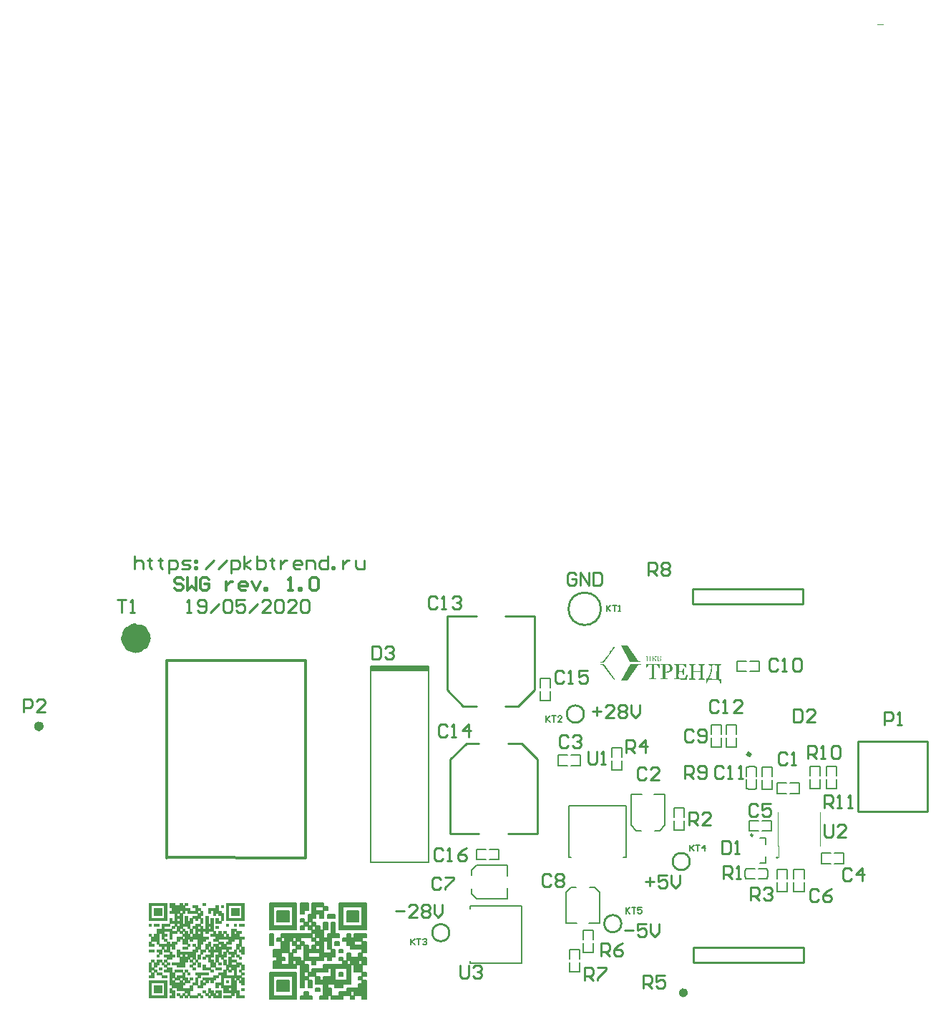
<source format=gto>
G04*
G04 #@! TF.GenerationSoftware,Altium Limited,Altium Designer,19.1.6 (110)*
G04*
G04 Layer_Color=65535*
%FSLAX44Y44*%
%MOMM*%
G71*
G01*
G75*
%ADD10C,0.8000*%
%ADD11C,2.5000*%
%ADD12C,0.7000*%
%ADD13C,0.1500*%
%ADD14C,0.2540*%
%ADD15C,0.2500*%
%ADD16C,0.5000*%
%ADD17C,0.2000*%
%ADD18C,0.3000*%
%ADD19C,0.1200*%
%ADD20C,0.1270*%
%ADD21C,0.1016*%
%ADD22C,0.1540*%
%ADD23R,0.1082X0.0618*%
%ADD24R,0.0773X0.0927*%
%ADD25R,0.0927X0.0927*%
%ADD26R,0.0309X0.1700*%
%ADD27R,0.0773X0.1082*%
%ADD28R,0.0927X0.0773*%
G36*
X1021472Y626381D02*
Y625815D01*
X1013473Y625815D01*
Y626381D01*
X1021472Y626381D01*
D02*
G37*
G36*
X702494Y-109918D02*
X702648Y-110845D01*
X702339Y-111277D01*
Y-111309D01*
X702317D01*
X701100Y-113009D01*
X701103D01*
Y-113163D01*
X700990D01*
X700948Y-113221D01*
Y-113318D01*
X700879D01*
X700794Y-113437D01*
Y-113472D01*
X700769D01*
X700485Y-113869D01*
Y-113936D01*
X700437D01*
X699866Y-114733D01*
Y-114863D01*
X699773D01*
X699557Y-115165D01*
Y-115173D01*
X699552D01*
X699403Y-115381D01*
Y-115482D01*
X699331D01*
X699248Y-115597D01*
Y-115636D01*
X699220D01*
X698939Y-116029D01*
Y-116100D01*
X698888D01*
X698166Y-117109D01*
Y-117182D01*
X698114D01*
X698012Y-117325D01*
Y-117336D01*
X698004D01*
X697239Y-118405D01*
Y-118418D01*
X697230D01*
X696157Y-119917D01*
Y-119964D01*
X696124D01*
X695694Y-120565D01*
Y-120582D01*
X695682D01*
X689820Y-128773D01*
X683793D01*
X683793Y-128468D01*
X689395Y-127344D01*
X694612Y-119959D01*
Y-119809D01*
X694718D01*
X694766Y-119741D01*
Y-119655D01*
X694827D01*
X695230Y-119084D01*
Y-119036D01*
X695264D01*
X695694Y-118428D01*
Y-118418D01*
X695700D01*
X695848Y-118209D01*
Y-118109D01*
X695919D01*
X696157Y-117771D01*
Y-117645D01*
X696246D01*
X696775Y-116896D01*
Y-116873D01*
X696792D01*
X697394Y-116021D01*
Y-115945D01*
X697447D01*
X697548Y-115802D01*
Y-115791D01*
X697556D01*
X697857Y-115365D01*
Y-115327D01*
X697884D01*
X699403Y-113177D01*
Y-113163D01*
X699412D01*
X700176Y-112083D01*
Y-112081D01*
X700177D01*
X702305Y-109068D01*
X702494Y-109918D01*
D02*
G37*
G36*
X731000Y-127214D02*
X736317Y-128021D01*
Y-128250D01*
X720750D01*
X709961Y-108725D01*
X717900D01*
X731000Y-127214D01*
D02*
G37*
G36*
X700878Y-145512D02*
X702708Y-147837D01*
X701805Y-149350D01*
X700791Y-147058D01*
X701032D01*
X701012Y-146860D01*
X701028Y-146863D01*
X700946Y-146130D01*
X701032D01*
X700933Y-146009D01*
X700878Y-145512D01*
X700926Y-146002D01*
X688585Y-130956D01*
X699899Y-145821D01*
X699796D01*
Y-145976D01*
X700017D01*
X700105Y-146091D01*
Y-146130D01*
X699950D01*
Y-146285D01*
X700252D01*
X700105Y-146091D01*
Y-145976D01*
X700017D01*
X699899Y-145821D01*
X700105D01*
Y-145976D01*
X700259D01*
Y-146130D01*
X700414D01*
Y-146285D01*
X700252D01*
X700414Y-146497D01*
Y-146594D01*
X700488D01*
X700414Y-146497D01*
Y-146440D01*
X700568D01*
Y-146594D01*
X700488D01*
X700614Y-146760D01*
X700723Y-146787D01*
Y-146903D01*
X700791Y-147058D01*
X700723D01*
Y-146903D01*
X700614Y-146760D01*
X699950Y-146594D01*
X701803Y-149348D01*
X701805Y-149350D01*
Y-149350D01*
X701803Y-149348D01*
X699177Y-145512D01*
X697477Y-143194D01*
X695916Y-141046D01*
X688584Y-130955D01*
X688585Y-130956D01*
X688584Y-130954D01*
X683567Y-130264D01*
Y-130024D01*
X689747D01*
X700878Y-145512D01*
D02*
G37*
G36*
X700933Y-146009D02*
X700946Y-146130D01*
X700939D01*
X700926Y-146002D01*
X700933Y-146009D01*
D02*
G37*
G36*
X701012Y-146860D02*
X700723Y-146787D01*
Y-146749D01*
Y-146594D01*
Y-146440D01*
X700568D01*
Y-146285D01*
Y-146130D01*
X700939D01*
X701012Y-146860D01*
D02*
G37*
G36*
X701805Y-149350D02*
X701805Y-149350D01*
X701805D01*
Y-149350D01*
D02*
G37*
G36*
X736250Y-130500D02*
X730750Y-131250D01*
X717756Y-149508D01*
X710107Y-149508D01*
X721000Y-130250D01*
X736250D01*
Y-130500D01*
D02*
G37*
G36*
X757536Y-122441D02*
X757213D01*
Y-122423D01*
X757194Y-122386D01*
X757167Y-122312D01*
X757130Y-122229D01*
X757083Y-122127D01*
X757019Y-122007D01*
X756935Y-121877D01*
X756834Y-121739D01*
X756824Y-121720D01*
X756787Y-121683D01*
X756732Y-121618D01*
X756658Y-121545D01*
X756575Y-121480D01*
X756482Y-121415D01*
X756390Y-121360D01*
X756297Y-121332D01*
X756279D01*
X756251Y-121323D01*
X756214D01*
X756113Y-121313D01*
X755983Y-121304D01*
X755909D01*
X755863Y-121295D01*
X754679D01*
Y-123541D01*
X754753D01*
X754809Y-123532D01*
X755170D01*
X755225Y-123523D01*
X755678D01*
X755798Y-123532D01*
X755937Y-123541D01*
X756094Y-123560D01*
X756418Y-123616D01*
X756436D01*
X756492Y-123634D01*
X756575Y-123652D01*
X756676Y-123689D01*
X756797Y-123726D01*
X756926Y-123782D01*
X757065Y-123837D01*
X757194Y-123911D01*
X757213Y-123921D01*
X757250Y-123948D01*
X757305Y-123995D01*
X757379Y-124050D01*
X757462Y-124133D01*
X757546Y-124226D01*
X757638Y-124327D01*
X757712Y-124448D01*
X757721Y-124466D01*
X757740Y-124503D01*
X757777Y-124577D01*
X757814Y-124670D01*
X757841Y-124790D01*
X757878Y-124928D01*
X757897Y-125085D01*
X757906Y-125252D01*
Y-125261D01*
Y-125270D01*
Y-125326D01*
X757897Y-125409D01*
X757888Y-125520D01*
X757860Y-125649D01*
X757832Y-125779D01*
X757786Y-125918D01*
X757721Y-126056D01*
X757712Y-126075D01*
X757684Y-126112D01*
X757647Y-126177D01*
X757592Y-126250D01*
X757518Y-126343D01*
X757435Y-126435D01*
X757342Y-126528D01*
X757231Y-126620D01*
X757222Y-126629D01*
X757176Y-126657D01*
X757120Y-126694D01*
X757037Y-126741D01*
X756935Y-126787D01*
X756824Y-126842D01*
X756704Y-126888D01*
X756565Y-126935D01*
X756547D01*
X756501Y-126953D01*
X756427Y-126962D01*
X756334Y-126981D01*
X756224Y-126999D01*
X756094Y-127018D01*
X755955Y-127027D01*
X755807Y-127036D01*
X752932D01*
Y-126731D01*
X753006D01*
X753098Y-126722D01*
X753228Y-126704D01*
X753237D01*
X753265Y-126694D01*
X753293D01*
X753339Y-126685D01*
X753431Y-126657D01*
X753477Y-126648D01*
X753514Y-126629D01*
X753524D01*
X753533Y-126620D01*
X753588Y-126593D01*
X753644Y-126537D01*
X753699Y-126472D01*
Y-126463D01*
X753709Y-126454D01*
X753736Y-126398D01*
X753755Y-126324D01*
X753764Y-126214D01*
Y-121840D01*
Y-121831D01*
Y-121813D01*
Y-121785D01*
X753755Y-121748D01*
X753746Y-121665D01*
X753709Y-121581D01*
Y-121572D01*
X753699Y-121563D01*
X753672Y-121517D01*
X753607Y-121461D01*
X753570Y-121433D01*
X753514Y-121406D01*
X753505D01*
X753496Y-121397D01*
X753468Y-121387D01*
X753431Y-121369D01*
X753339Y-121332D01*
X753219Y-121304D01*
X753209D01*
X753191Y-121295D01*
X753163D01*
X753126Y-121286D01*
X753043Y-121267D01*
X752960Y-121258D01*
Y-120953D01*
X757536D01*
Y-122441D01*
D02*
G37*
G36*
X751712Y-120906D02*
X751813Y-120916D01*
X751924Y-120943D01*
X751934D01*
X751952Y-120953D01*
X752008Y-120981D01*
X752081Y-121018D01*
X752155Y-121073D01*
X752174Y-121082D01*
X752202Y-121119D01*
X752248Y-121175D01*
X752285Y-121249D01*
X752294Y-121267D01*
X752313Y-121313D01*
X752322Y-121378D01*
X752331Y-121461D01*
Y-121480D01*
Y-121517D01*
X752322Y-121581D01*
X752303Y-121646D01*
X752294Y-121655D01*
X752285Y-121692D01*
X752257Y-121748D01*
X752220Y-121794D01*
X752211Y-121803D01*
X752183Y-121831D01*
X752137Y-121868D01*
X752081Y-121905D01*
X752072Y-121914D01*
X752035Y-121924D01*
X751971Y-121933D01*
X751878Y-121942D01*
X751860D01*
X751795Y-121933D01*
X751721Y-121924D01*
X751638Y-121896D01*
X751619Y-121887D01*
X751573Y-121859D01*
X751517Y-121822D01*
X751453Y-121776D01*
X751443Y-121757D01*
X751406Y-121720D01*
X751360Y-121655D01*
X751314Y-121581D01*
Y-121572D01*
X751305Y-121563D01*
X751277Y-121508D01*
X751240Y-121443D01*
X751203Y-121360D01*
X751194D01*
X751185Y-121378D01*
X751129Y-121415D01*
X751064Y-121480D01*
X751000Y-121563D01*
Y-121572D01*
X750990Y-121581D01*
X750954Y-121637D01*
X750898Y-121720D01*
X750852Y-121822D01*
Y-121831D01*
X750843Y-121840D01*
X750833Y-121868D01*
X750815Y-121905D01*
X750778Y-121997D01*
X750732Y-122108D01*
Y-122118D01*
X750722Y-122136D01*
X750713Y-122164D01*
X750704Y-122210D01*
X750667Y-122321D01*
X750621Y-122451D01*
Y-122460D01*
X750611Y-122478D01*
X750602Y-122515D01*
X750593Y-122552D01*
X750574Y-122608D01*
X750547Y-122672D01*
X750500Y-122811D01*
Y-122820D01*
X750491Y-122848D01*
X750473Y-122885D01*
X750454Y-122931D01*
X750408Y-123042D01*
X750343Y-123172D01*
Y-123181D01*
X750325Y-123199D01*
X750306Y-123236D01*
X750278Y-123283D01*
X750214Y-123394D01*
X750121Y-123532D01*
X750112Y-123541D01*
X750103Y-123560D01*
X750075Y-123597D01*
X750038Y-123643D01*
X749936Y-123745D01*
X749816Y-123865D01*
Y-123930D01*
X749826D01*
X749835Y-123939D01*
X749863D01*
X749900Y-123958D01*
X749983Y-123985D01*
X750094Y-124031D01*
X750223Y-124087D01*
X750352Y-124161D01*
X750491Y-124253D01*
X750611Y-124355D01*
X750630Y-124364D01*
X750667Y-124411D01*
X750722Y-124466D01*
X750796Y-124558D01*
X750880Y-124660D01*
X750963Y-124790D01*
X751055Y-124928D01*
X751138Y-125095D01*
X751148Y-125104D01*
X751157Y-125141D01*
X751185Y-125197D01*
X751212Y-125270D01*
X751259Y-125354D01*
X751296Y-125446D01*
X751397Y-125668D01*
X751406Y-125677D01*
X751425Y-125714D01*
X751453Y-125770D01*
X751480Y-125844D01*
X751517Y-125918D01*
X751564Y-126010D01*
X751638Y-126177D01*
X751647Y-126186D01*
X751665Y-126223D01*
X751684Y-126269D01*
X751721Y-126334D01*
X751804Y-126463D01*
X751850Y-126519D01*
X751897Y-126565D01*
X751906D01*
X751915Y-126583D01*
X751980Y-126611D01*
X752054Y-126648D01*
X752146Y-126676D01*
X752165D01*
X752220Y-126685D01*
X752294Y-126694D01*
X752386Y-126713D01*
X752405D01*
X752460Y-126722D01*
X752534Y-126731D01*
X752618D01*
Y-127036D01*
X750944D01*
Y-127027D01*
X750935Y-127018D01*
X750926Y-126990D01*
X750917Y-126953D01*
X750880Y-126861D01*
X750833Y-126741D01*
X750778Y-126602D01*
X750722Y-126454D01*
X750593Y-126139D01*
Y-126130D01*
X750584Y-126121D01*
X750565Y-126066D01*
X750528Y-125992D01*
X750491Y-125881D01*
X750436Y-125760D01*
X750380Y-125622D01*
X750251Y-125335D01*
Y-125326D01*
X750242Y-125307D01*
X750223Y-125270D01*
X750205Y-125233D01*
X750149Y-125122D01*
X750075Y-124984D01*
X749983Y-124836D01*
X749881Y-124688D01*
X749779Y-124558D01*
X749724Y-124503D01*
X749668Y-124457D01*
X749659Y-124448D01*
X749613Y-124420D01*
X749548Y-124383D01*
X749465Y-124337D01*
X749354Y-124300D01*
X749215Y-124263D01*
X749058Y-124235D01*
X748882Y-124226D01*
X748577D01*
Y-126186D01*
Y-126195D01*
Y-126204D01*
X748587Y-126269D01*
X748596Y-126352D01*
X748624Y-126435D01*
X748633Y-126454D01*
X748670Y-126500D01*
X748725Y-126556D01*
X748818Y-126611D01*
X748827Y-126620D01*
X748873Y-126639D01*
X748910Y-126648D01*
X748947Y-126657D01*
X749003Y-126676D01*
X749067Y-126694D01*
X749077D01*
X749095Y-126704D01*
X749132D01*
X749178Y-126713D01*
X749280Y-126722D01*
X749382Y-126731D01*
Y-127036D01*
X746858D01*
Y-126731D01*
X746932D01*
X747015Y-126722D01*
X747135Y-126713D01*
X747163D01*
X747200Y-126704D01*
X747246Y-126694D01*
X747338Y-126685D01*
X747375Y-126666D01*
X747412Y-126657D01*
X747422D01*
X747431Y-126648D01*
X747486Y-126611D01*
X747542Y-126565D01*
X747597Y-126491D01*
Y-126482D01*
X747607Y-126472D01*
X747634Y-126417D01*
X747653Y-126334D01*
X747662Y-126232D01*
Y-121840D01*
Y-121831D01*
Y-121813D01*
Y-121785D01*
X747653Y-121757D01*
X747644Y-121674D01*
X747607Y-121591D01*
Y-121581D01*
X747597Y-121572D01*
X747570Y-121526D01*
X747505Y-121470D01*
X747468Y-121443D01*
X747412Y-121415D01*
X747403D01*
X747394Y-121406D01*
X747366Y-121397D01*
X747329Y-121378D01*
X747246Y-121350D01*
X747135Y-121313D01*
X747126D01*
X747107Y-121304D01*
X747080Y-121295D01*
X747043Y-121286D01*
X746950Y-121267D01*
X746858Y-121258D01*
Y-120953D01*
X749382D01*
Y-121258D01*
X749335D01*
X749298Y-121267D01*
X749206Y-121276D01*
X749077Y-121304D01*
X749049D01*
X749021Y-121313D01*
X748975Y-121323D01*
X748892Y-121341D01*
X748818Y-121369D01*
X748809D01*
X748790Y-121378D01*
X748735Y-121406D01*
X748670Y-121461D01*
X748642Y-121489D01*
X748624Y-121535D01*
Y-121545D01*
X748614Y-121554D01*
X748605Y-121609D01*
X748587Y-121692D01*
X748577Y-121794D01*
Y-123874D01*
X749021D01*
X749067Y-123865D01*
X749160Y-123847D01*
X749271Y-123810D01*
X749280D01*
X749298Y-123800D01*
X749326Y-123782D01*
X749363Y-123763D01*
X749456Y-123699D01*
X749557Y-123606D01*
X749567Y-123597D01*
X749585Y-123569D01*
X749622Y-123532D01*
X749668Y-123477D01*
X749715Y-123412D01*
X749761Y-123338D01*
X749807Y-123246D01*
X749853Y-123153D01*
X749863Y-123144D01*
X749872Y-123107D01*
X749900Y-123042D01*
X749927Y-122968D01*
X749964Y-122867D01*
X750001Y-122756D01*
X750047Y-122626D01*
X750094Y-122487D01*
X750103Y-122469D01*
X750112Y-122432D01*
X750140Y-122358D01*
X750168Y-122275D01*
X750205Y-122173D01*
X750242Y-122062D01*
X750334Y-121831D01*
X750343Y-121813D01*
X750362Y-121776D01*
X750389Y-121720D01*
X750426Y-121646D01*
X750482Y-121563D01*
X750547Y-121461D01*
X750630Y-121369D01*
X750713Y-121267D01*
X750722Y-121258D01*
X750741Y-121239D01*
X750778Y-121212D01*
X750824Y-121175D01*
X750880Y-121128D01*
X750944Y-121082D01*
X751101Y-120999D01*
X751111Y-120990D01*
X751138Y-120981D01*
X751185Y-120962D01*
X751249Y-120943D01*
X751323Y-120925D01*
X751406Y-120916D01*
X751499Y-120897D01*
X751665D01*
X751712Y-120906D01*
D02*
G37*
G36*
X745989Y-121258D02*
X745942D01*
X745905Y-121267D01*
X745804Y-121276D01*
X745684Y-121304D01*
X745656D01*
X745628Y-121313D01*
X745591Y-121323D01*
X745508Y-121341D01*
X745425Y-121369D01*
X745415D01*
X745397Y-121378D01*
X745341Y-121406D01*
X745277Y-121461D01*
X745249Y-121489D01*
X745230Y-121535D01*
Y-121545D01*
X745221Y-121554D01*
X745212Y-121609D01*
X745193Y-121692D01*
X745184Y-121794D01*
Y-126186D01*
Y-126195D01*
Y-126214D01*
Y-126241D01*
X745193Y-126269D01*
X745203Y-126352D01*
X745230Y-126435D01*
X745240Y-126454D01*
X745277Y-126500D01*
X745332Y-126556D01*
X745378Y-126593D01*
X745425Y-126620D01*
X745443Y-126629D01*
X745489Y-126639D01*
X745517Y-126657D01*
X745563Y-126666D01*
X745619Y-126676D01*
X745684Y-126694D01*
X745693D01*
X745721Y-126704D01*
X745748D01*
X745794Y-126713D01*
X745896Y-126722D01*
X745989Y-126731D01*
Y-127036D01*
X743465D01*
Y-126731D01*
X743539D01*
X743576Y-126722D01*
X743686D01*
X743751Y-126713D01*
X743779D01*
X743816Y-126704D01*
X743862Y-126694D01*
X743945Y-126685D01*
X743982Y-126666D01*
X744019Y-126657D01*
X744028D01*
X744038Y-126648D01*
X744093Y-126620D01*
X744149Y-126574D01*
X744204Y-126509D01*
Y-126500D01*
X744213Y-126491D01*
X744241Y-126435D01*
X744260Y-126343D01*
X744269Y-126232D01*
Y-121332D01*
X741477D01*
Y-126186D01*
Y-126195D01*
Y-126214D01*
Y-126241D01*
X741486Y-126269D01*
X741495Y-126352D01*
X741523Y-126435D01*
X741532Y-126454D01*
X741569Y-126491D01*
X741625Y-126556D01*
X741671Y-126583D01*
X741717Y-126611D01*
X741736Y-126620D01*
X741782Y-126639D01*
X741810Y-126648D01*
X741856Y-126666D01*
X741911Y-126676D01*
X741976Y-126694D01*
X741985D01*
X742013Y-126704D01*
X742041D01*
X742087Y-126713D01*
X742189Y-126722D01*
X742281Y-126731D01*
Y-127036D01*
X739757D01*
Y-126731D01*
X739831D01*
X739868Y-126722D01*
X739979D01*
X740044Y-126713D01*
X740071D01*
X740108Y-126704D01*
X740155Y-126694D01*
X740238Y-126685D01*
X740275Y-126666D01*
X740312Y-126657D01*
X740321D01*
X740330Y-126648D01*
X740386Y-126620D01*
X740441Y-126574D01*
X740497Y-126509D01*
Y-126500D01*
X740506Y-126491D01*
X740534Y-126435D01*
X740552Y-126343D01*
X740561Y-126232D01*
Y-121840D01*
Y-121831D01*
Y-121813D01*
X740552Y-121757D01*
X740543Y-121674D01*
X740506Y-121591D01*
Y-121581D01*
X740497Y-121572D01*
X740460Y-121526D01*
X740404Y-121470D01*
X740312Y-121415D01*
X740303D01*
X740293Y-121406D01*
X740238Y-121378D01*
X740145Y-121350D01*
X740034Y-121313D01*
X740025D01*
X740007Y-121304D01*
X739979Y-121295D01*
X739942Y-121286D01*
X739849Y-121267D01*
X739757Y-121258D01*
Y-120953D01*
X745989D01*
Y-121258D01*
D02*
G37*
G36*
X798266Y-130444D02*
X798260Y-131360D01*
X798121Y-131359D01*
X798010Y-131386D01*
X797705Y-131412D01*
X797343Y-131493D01*
X797260Y-131492D01*
X797177Y-131520D01*
X797065Y-131547D01*
X796815Y-131601D01*
X796565Y-131682D01*
X796537Y-131682D01*
X796481Y-131709D01*
X796314Y-131792D01*
X796119Y-131957D01*
X796035Y-132040D01*
X795978Y-132178D01*
X795978Y-132206D01*
X795950Y-132233D01*
X795921Y-132400D01*
X795864Y-132649D01*
X795835Y-132955D01*
X795798Y-138618D01*
X804348Y-138674D01*
X804384Y-133149D01*
X804384Y-133122D01*
X804385Y-133066D01*
X804358Y-132899D01*
X804332Y-132649D01*
X804222Y-132399D01*
X804223Y-132371D01*
X804195Y-132343D01*
X804085Y-132203D01*
X803920Y-132036D01*
X803643Y-131867D01*
X803615Y-131867D01*
X803588Y-131839D01*
X803422Y-131755D01*
X803145Y-131670D01*
X802812Y-131557D01*
X802784Y-131556D01*
X802729Y-131528D01*
X802646Y-131500D01*
X802535Y-131471D01*
X802258Y-131414D01*
X801980Y-131384D01*
X801986Y-130468D01*
X809565Y-130518D01*
X809559Y-131434D01*
X809420Y-131433D01*
X809309Y-131460D01*
X809004Y-131486D01*
X808642Y-131567D01*
X808559Y-131566D01*
X808475Y-131594D01*
X808364Y-131621D01*
X808114Y-131674D01*
X807864Y-131756D01*
X807836Y-131756D01*
X807780Y-131783D01*
X807613Y-131866D01*
X807418Y-132031D01*
X807334Y-132114D01*
X807277Y-132252D01*
X807277Y-132280D01*
X807249Y-132307D01*
X807220Y-132474D01*
X807163Y-132723D01*
X807133Y-133028D01*
X807047Y-146215D01*
X807047Y-146243D01*
X807047Y-146299D01*
X807046Y-146382D01*
X807073Y-146465D01*
X807100Y-146715D01*
X807181Y-146966D01*
X807208Y-147021D01*
X807319Y-147161D01*
X807484Y-147329D01*
X807622Y-147441D01*
X807760Y-147525D01*
X807816Y-147553D01*
X807954Y-147582D01*
X808037Y-147638D01*
X808176Y-147666D01*
X808342Y-147695D01*
X808536Y-147752D01*
X808564Y-147752D01*
X808647Y-147780D01*
X808730Y-147781D01*
X808869Y-147810D01*
X809174Y-147839D01*
X809452Y-147869D01*
X809446Y-148785D01*
X801867Y-148736D01*
X801873Y-147819D01*
X802095Y-147821D01*
X802206Y-147794D01*
X802539Y-147796D01*
X802734Y-147769D01*
X802817Y-147770D01*
X802928Y-147743D01*
X803067Y-147716D01*
X803317Y-147690D01*
X803429Y-147635D01*
X803540Y-147608D01*
X803568Y-147608D01*
X803596Y-147581D01*
X803763Y-147499D01*
X803930Y-147361D01*
X804098Y-147168D01*
X804098Y-147140D01*
X804126Y-147112D01*
X804211Y-146946D01*
X804268Y-146669D01*
X804298Y-146336D01*
X804341Y-139812D01*
X795790Y-139756D01*
X795748Y-146141D01*
X795748Y-146169D01*
X795748Y-146224D01*
X795747Y-146308D01*
X795774Y-146391D01*
X795800Y-146641D01*
X795882Y-146892D01*
X795910Y-146947D01*
X796020Y-147087D01*
X796185Y-147255D01*
X796323Y-147367D01*
X796461Y-147451D01*
X796517Y-147479D01*
X796656Y-147508D01*
X796738Y-147564D01*
X796877Y-147592D01*
X797043Y-147621D01*
X797237Y-147678D01*
X797265Y-147678D01*
X797348Y-147706D01*
X797431Y-147707D01*
X797570Y-147736D01*
X797875Y-147765D01*
X798153Y-147795D01*
X798147Y-148711D01*
X790568Y-148661D01*
X790574Y-147745D01*
X790796Y-147747D01*
X790907Y-147720D01*
X791240Y-147722D01*
X791435Y-147696D01*
X791518Y-147696D01*
X791629Y-147669D01*
X791768Y-147642D01*
X792018Y-147616D01*
X792130Y-147561D01*
X792241Y-147534D01*
X792269Y-147534D01*
X792297Y-147507D01*
X792464Y-147425D01*
X792631Y-147287D01*
X792799Y-147094D01*
X792799Y-147066D01*
X792827Y-147038D01*
X792912Y-146872D01*
X792969Y-146595D01*
X792999Y-146262D01*
X793085Y-133075D01*
X793085Y-133048D01*
X793086Y-132992D01*
X793059Y-132825D01*
X793033Y-132575D01*
X792924Y-132325D01*
X792924Y-132297D01*
X792896Y-132269D01*
X792786Y-132129D01*
X792621Y-131962D01*
X792344Y-131793D01*
X792316Y-131793D01*
X792289Y-131765D01*
X792123Y-131681D01*
X791846Y-131596D01*
X791513Y-131482D01*
X791485Y-131482D01*
X791430Y-131454D01*
X791347Y-131426D01*
X791236Y-131397D01*
X790959Y-131340D01*
X790681Y-131311D01*
X790687Y-130394D01*
X798266Y-130444D01*
D02*
G37*
G36*
X828610Y-130643D02*
X828604Y-131559D01*
X828465Y-131558D01*
X828354Y-131585D01*
X828048Y-131611D01*
X827687Y-131692D01*
X827604Y-131691D01*
X827520Y-131718D01*
X827409Y-131745D01*
X827159Y-131799D01*
X826908Y-131881D01*
X826880Y-131881D01*
X826825Y-131908D01*
X826658Y-131990D01*
X826462Y-132156D01*
X826378Y-132238D01*
X826322Y-132377D01*
X826322Y-132404D01*
X826294Y-132432D01*
X826265Y-132598D01*
X826208Y-132876D01*
X826178Y-133181D01*
X826090Y-146562D01*
X826090Y-146590D01*
X826089Y-146673D01*
X826116Y-146812D01*
X826143Y-146951D01*
X826252Y-147285D01*
X826334Y-147452D01*
X826444Y-147564D01*
X826472Y-147564D01*
X826527Y-147620D01*
X826611Y-147648D01*
X826721Y-147704D01*
X826888Y-147761D01*
X827082Y-147790D01*
X827303Y-147847D01*
X828691Y-147856D01*
X828656Y-153186D01*
X827685Y-153180D01*
X827685Y-153152D01*
X827658Y-153097D01*
X827631Y-152985D01*
X827604Y-152846D01*
X827549Y-152679D01*
X827467Y-152485D01*
X827331Y-152039D01*
X827332Y-152012D01*
X827304Y-151928D01*
X827250Y-151817D01*
X827195Y-151650D01*
X827085Y-151455D01*
X826976Y-151204D01*
X826867Y-150926D01*
X826702Y-150647D01*
X826674Y-150619D01*
X826647Y-150536D01*
X826565Y-150396D01*
X826455Y-150229D01*
X826208Y-149811D01*
X825905Y-149420D01*
X825877Y-149392D01*
X825822Y-149337D01*
X825739Y-149253D01*
X825629Y-149169D01*
X825325Y-148972D01*
X825131Y-148888D01*
X824909Y-148859D01*
X814582Y-148791D01*
X814526Y-148818D01*
X814415Y-148845D01*
X814304Y-148872D01*
X814137Y-148955D01*
X813969Y-149037D01*
X813802Y-149174D01*
X813606Y-149340D01*
X813579Y-149367D01*
X813523Y-149423D01*
X813439Y-149533D01*
X813326Y-149699D01*
X813187Y-149865D01*
X813046Y-150086D01*
X812738Y-150556D01*
X812710Y-150583D01*
X812682Y-150666D01*
X812598Y-150777D01*
X812513Y-150943D01*
X812429Y-151165D01*
X812316Y-151386D01*
X812091Y-151912D01*
X812090Y-151940D01*
X812034Y-152022D01*
X812006Y-152161D01*
X811949Y-152327D01*
X811808Y-152715D01*
X811751Y-152909D01*
X811694Y-153075D01*
X810723Y-153069D01*
X810758Y-147711D01*
X812507Y-147722D01*
X812534Y-147695D01*
X812591Y-147612D01*
X812675Y-147474D01*
X812787Y-147308D01*
X812900Y-147059D01*
X813068Y-146782D01*
X813264Y-146450D01*
X813461Y-146063D01*
X813659Y-145620D01*
X813912Y-145150D01*
X814137Y-144624D01*
X814391Y-144042D01*
X814645Y-143433D01*
X814871Y-142796D01*
X815125Y-142104D01*
X815380Y-141356D01*
X815408Y-141300D01*
X815437Y-141162D01*
X815494Y-140968D01*
X815579Y-140663D01*
X815692Y-140331D01*
X815806Y-139915D01*
X815920Y-139444D01*
X816062Y-138945D01*
X816177Y-138390D01*
X816292Y-137808D01*
X816522Y-136616D01*
X816669Y-135367D01*
X816728Y-134757D01*
X816732Y-134146D01*
X816732Y-134091D01*
X816733Y-133980D01*
X816734Y-133813D01*
X816708Y-133591D01*
X816656Y-133119D01*
X816602Y-132868D01*
X816547Y-132674D01*
X816548Y-132646D01*
X816520Y-132590D01*
X816465Y-132507D01*
X816411Y-132395D01*
X816190Y-132144D01*
X816052Y-132032D01*
X815886Y-131920D01*
X815831Y-131892D01*
X815748Y-131863D01*
X815637Y-131835D01*
X815498Y-131806D01*
X815332Y-131749D01*
X815138Y-131721D01*
X814888Y-131663D01*
X814861Y-131663D01*
X814777Y-131635D01*
X814667Y-131606D01*
X814500Y-131578D01*
X814167Y-131520D01*
X814029Y-131491D01*
X813890Y-131462D01*
X813896Y-130546D01*
X828610Y-130643D01*
D02*
G37*
G36*
X787384Y-130373D02*
X787355Y-134787D01*
X786383Y-134781D01*
X786384Y-134725D01*
X786329Y-134614D01*
X786247Y-134419D01*
X786137Y-134168D01*
X786001Y-133862D01*
X785809Y-133500D01*
X785561Y-133109D01*
X785258Y-132719D01*
X785231Y-132663D01*
X785121Y-132551D01*
X784956Y-132356D01*
X784763Y-132132D01*
X784514Y-131936D01*
X784238Y-131740D01*
X783961Y-131572D01*
X783656Y-131487D01*
X783601Y-131486D01*
X783518Y-131458D01*
X783407Y-131457D01*
X783101Y-131427D01*
X782713Y-131397D01*
X782491Y-131396D01*
X782352Y-131367D01*
X778604Y-131342D01*
X778557Y-138588D01*
X780945Y-138604D01*
X781167Y-138578D01*
X781611Y-138525D01*
X781834Y-138499D01*
X782028Y-138444D01*
X782056Y-138445D01*
X782112Y-138417D01*
X782195Y-138362D01*
X782307Y-138280D01*
X782586Y-138087D01*
X782865Y-137811D01*
X782866Y-137784D01*
X782921Y-137756D01*
X782977Y-137673D01*
X783034Y-137563D01*
X783118Y-137424D01*
X783174Y-137258D01*
X783344Y-136843D01*
X783344Y-136815D01*
X783372Y-136732D01*
X783401Y-136621D01*
X783457Y-136455D01*
X783543Y-136067D01*
X783629Y-135623D01*
X784601Y-135629D01*
X784554Y-142792D01*
X783582Y-142786D01*
X783583Y-142758D01*
X783583Y-142675D01*
X783556Y-142563D01*
X783529Y-142397D01*
X783475Y-142202D01*
X783449Y-141980D01*
X783285Y-141507D01*
X783286Y-141479D01*
X783258Y-141395D01*
X783204Y-141256D01*
X783149Y-141117D01*
X783012Y-140783D01*
X782930Y-140644D01*
X782848Y-140504D01*
X782820Y-140476D01*
X782765Y-140420D01*
X782682Y-140337D01*
X782572Y-140225D01*
X782296Y-140001D01*
X782130Y-139916D01*
X781936Y-139832D01*
X781908Y-139832D01*
X781853Y-139804D01*
X781742Y-139775D01*
X781575Y-139746D01*
X781381Y-139717D01*
X781160Y-139688D01*
X780910Y-139659D01*
X778550Y-139643D01*
X778514Y-145140D01*
X778514Y-145168D01*
X778513Y-145279D01*
X778512Y-145418D01*
X778539Y-145612D01*
X778564Y-146029D01*
X778590Y-146251D01*
X778617Y-146446D01*
X778616Y-146473D01*
X778644Y-146529D01*
X778671Y-146613D01*
X778726Y-146724D01*
X778835Y-146947D01*
X779056Y-147170D01*
X779084Y-147170D01*
X779111Y-147198D01*
X779194Y-147254D01*
X779305Y-147283D01*
X779582Y-147396D01*
X779970Y-147482D01*
X780081Y-147482D01*
X780220Y-147511D01*
X780636Y-147514D01*
X780914Y-147543D01*
X783523Y-147560D01*
X783912Y-147535D01*
X783995Y-147536D01*
X784079Y-147508D01*
X784218Y-147482D01*
X784524Y-147428D01*
X784913Y-147347D01*
X784941Y-147348D01*
X784996Y-147320D01*
X785080Y-147293D01*
X785219Y-147238D01*
X785442Y-147129D01*
X785581Y-147074D01*
X785665Y-146991D01*
X785693Y-146964D01*
X785777Y-146881D01*
X785889Y-146715D01*
X786029Y-146522D01*
X786225Y-146245D01*
X786421Y-145941D01*
X786674Y-145554D01*
X786899Y-145112D01*
X786899Y-145084D01*
X786927Y-145056D01*
X787011Y-144918D01*
X787123Y-144697D01*
X787264Y-144420D01*
X787405Y-144115D01*
X787546Y-143811D01*
X787686Y-143506D01*
X787771Y-143257D01*
X788688Y-143263D01*
X788291Y-148647D01*
X773134Y-148547D01*
X773140Y-147631D01*
X773389Y-147633D01*
X773556Y-147606D01*
X773723Y-147607D01*
X773917Y-147581D01*
X774139Y-147555D01*
X774167Y-147555D01*
X774251Y-147528D01*
X774362Y-147528D01*
X774501Y-147501D01*
X774779Y-147448D01*
X774918Y-147393D01*
X775001Y-147366D01*
X775029Y-147366D01*
X775057Y-147338D01*
X775224Y-147228D01*
X775420Y-147063D01*
X775588Y-146870D01*
X775588Y-146842D01*
X775616Y-146815D01*
X775672Y-146648D01*
X775729Y-146427D01*
X775759Y-146094D01*
X775845Y-132962D01*
X775845Y-132935D01*
X775846Y-132879D01*
X775819Y-132712D01*
X775793Y-132462D01*
X775684Y-132212D01*
X775684Y-132184D01*
X775656Y-132156D01*
X775574Y-132017D01*
X775381Y-131849D01*
X775270Y-131765D01*
X775104Y-131680D01*
X775076Y-131680D01*
X775049Y-131652D01*
X774966Y-131624D01*
X774855Y-131568D01*
X774550Y-131482D01*
X774162Y-131369D01*
X774134Y-131369D01*
X774079Y-131341D01*
X773968Y-131312D01*
X773830Y-131284D01*
X773525Y-131226D01*
X773247Y-131196D01*
X773253Y-130280D01*
X787384Y-130373D01*
D02*
G37*
G36*
X755902Y-130167D02*
X755870Y-135136D01*
X754981Y-135130D01*
X754981Y-135102D01*
X754954Y-135047D01*
X754927Y-134963D01*
X754872Y-134824D01*
X754818Y-134657D01*
X754736Y-134490D01*
X754544Y-134045D01*
X754544Y-134017D01*
X754489Y-133933D01*
X754435Y-133822D01*
X754352Y-133655D01*
X754133Y-133265D01*
X753886Y-132819D01*
X753858Y-132791D01*
X753831Y-132707D01*
X753748Y-132596D01*
X753638Y-132456D01*
X753363Y-132121D01*
X753032Y-131786D01*
X753004Y-131758D01*
X752949Y-131702D01*
X752866Y-131646D01*
X752756Y-131562D01*
X752479Y-131366D01*
X752313Y-131309D01*
X752147Y-131253D01*
X752092Y-131252D01*
X751981Y-131224D01*
X751870Y-131223D01*
X751731Y-131194D01*
X751564Y-131193D01*
X751148Y-131163D01*
X750926Y-131161D01*
X750788Y-131133D01*
X749288Y-131123D01*
X749193Y-145753D01*
X749192Y-145781D01*
X749192Y-145836D01*
X749192Y-145892D01*
X749219Y-146003D01*
X749273Y-146253D01*
X749354Y-146532D01*
X749354Y-146559D01*
X749381Y-146587D01*
X749519Y-146727D01*
X749712Y-146923D01*
X749989Y-147091D01*
X750044Y-147119D01*
X750100Y-147120D01*
X750183Y-147148D01*
X750322Y-147177D01*
X750488Y-147233D01*
X750709Y-147290D01*
X750959Y-147347D01*
X750987Y-147347D01*
X751070Y-147376D01*
X751208Y-147404D01*
X751375Y-147406D01*
X751763Y-147464D01*
X751957Y-147493D01*
X752124Y-147494D01*
X752118Y-148410D01*
X743484Y-148353D01*
X743490Y-147437D01*
X743740Y-147439D01*
X743907Y-147412D01*
X744101Y-147413D01*
X744323Y-147387D01*
X744573Y-147361D01*
X744601Y-147361D01*
X744685Y-147334D01*
X744824Y-147335D01*
X744990Y-147308D01*
X745324Y-147255D01*
X745491Y-147200D01*
X745602Y-147173D01*
X745630Y-147174D01*
X745658Y-147146D01*
X745825Y-147064D01*
X746048Y-146899D01*
X746216Y-146705D01*
X746216Y-146678D01*
X746244Y-146650D01*
X746300Y-146567D01*
X746328Y-146484D01*
X746413Y-146207D01*
X746443Y-145846D01*
X746540Y-131105D01*
X745180Y-131096D01*
X744763Y-131121D01*
X744541Y-131119D01*
X744402Y-131146D01*
X744041Y-131172D01*
X743652Y-131197D01*
X743624Y-131197D01*
X743568Y-131224D01*
X743485Y-131224D01*
X743374Y-131278D01*
X743235Y-131333D01*
X743067Y-131443D01*
X742900Y-131553D01*
X742732Y-131718D01*
X742704Y-131746D01*
X742649Y-131801D01*
X742565Y-131884D01*
X742453Y-132022D01*
X742201Y-132326D01*
X741893Y-132740D01*
X741865Y-132768D01*
X741837Y-132851D01*
X741753Y-132961D01*
X741668Y-133100D01*
X741556Y-133293D01*
X741444Y-133515D01*
X741191Y-133985D01*
X741190Y-134013D01*
X741134Y-134096D01*
X741106Y-134206D01*
X741049Y-134345D01*
X740908Y-134705D01*
X740795Y-135037D01*
X739907Y-135031D01*
X739939Y-130062D01*
X755902Y-130167D01*
D02*
G37*
G36*
X765813Y-130232D02*
X765979Y-130260D01*
X766201Y-130262D01*
X766451Y-130291D01*
X766728Y-130349D01*
X767033Y-130406D01*
X767699Y-130549D01*
X768391Y-130776D01*
X769056Y-131086D01*
X769388Y-131282D01*
X769691Y-131506D01*
X769719Y-131506D01*
X769774Y-131562D01*
X769829Y-131646D01*
X769940Y-131730D01*
X770188Y-132009D01*
X770491Y-132372D01*
X770793Y-132846D01*
X771040Y-133403D01*
X771148Y-133737D01*
X771229Y-134071D01*
X771255Y-134404D01*
X771280Y-134793D01*
X771280Y-134820D01*
X771280Y-134848D01*
X771279Y-134931D01*
X771279Y-135042D01*
X771249Y-135292D01*
X771191Y-135625D01*
X771133Y-136041D01*
X771019Y-136457D01*
X770878Y-136900D01*
X770681Y-137315D01*
X770653Y-137371D01*
X770568Y-137481D01*
X770456Y-137702D01*
X770288Y-137951D01*
X770064Y-138227D01*
X769784Y-138531D01*
X769477Y-138834D01*
X769142Y-139110D01*
X769086Y-139137D01*
X768975Y-139220D01*
X768752Y-139357D01*
X768501Y-139494D01*
X768167Y-139686D01*
X767804Y-139851D01*
X767387Y-140014D01*
X766970Y-140150D01*
X766914Y-140150D01*
X766775Y-140205D01*
X766525Y-140259D01*
X766219Y-140312D01*
X765858Y-140365D01*
X765441Y-140418D01*
X764969Y-140443D01*
X764497Y-140467D01*
X762470Y-140454D01*
X762434Y-146006D01*
X762434Y-146034D01*
X762433Y-146090D01*
X762433Y-146173D01*
X762460Y-146284D01*
X762486Y-146534D01*
X762567Y-146812D01*
X762595Y-146868D01*
X762705Y-147008D01*
X762870Y-147175D01*
X763009Y-147232D01*
X763175Y-147316D01*
X763230Y-147317D01*
X763369Y-147373D01*
X763480Y-147401D01*
X763618Y-147430D01*
X763785Y-147459D01*
X763979Y-147488D01*
X764090Y-147489D01*
X764201Y-147517D01*
X764340Y-147518D01*
X764700Y-147548D01*
X765089Y-147578D01*
X765083Y-148495D01*
X757254Y-148443D01*
X757260Y-147527D01*
X757482Y-147529D01*
X757593Y-147502D01*
X757926Y-147504D01*
X758121Y-147477D01*
X758149Y-147478D01*
X758204Y-147450D01*
X758315Y-147451D01*
X758454Y-147424D01*
X758705Y-147370D01*
X758816Y-147315D01*
X758927Y-147288D01*
X758955Y-147289D01*
X758983Y-147261D01*
X759150Y-147179D01*
X759318Y-147013D01*
X759486Y-146820D01*
X759486Y-146792D01*
X759514Y-146765D01*
X759598Y-146599D01*
X759655Y-146321D01*
X759685Y-145988D01*
X759772Y-132802D01*
X759772Y-132774D01*
X759772Y-132718D01*
X759773Y-132635D01*
X759746Y-132524D01*
X759720Y-132274D01*
X759638Y-131996D01*
X759638Y-131968D01*
X759611Y-131940D01*
X759501Y-131800D01*
X759335Y-131605D01*
X759197Y-131549D01*
X759031Y-131464D01*
X759003Y-131464D01*
X758948Y-131436D01*
X758865Y-131408D01*
X758726Y-131379D01*
X758421Y-131294D01*
X758061Y-131208D01*
X758033Y-131208D01*
X757978Y-131180D01*
X757894Y-131179D01*
X757784Y-131151D01*
X757534Y-131121D01*
X757256Y-131092D01*
X757262Y-130176D01*
X765813Y-130232D01*
D02*
G37*
%LPC*%
G36*
X701028Y-146863D02*
X701032Y-146903D01*
Y-147058D01*
X701187Y-146903D01*
X701028Y-146863D01*
D02*
G37*
G36*
X755410Y-123902D02*
X755086D01*
X755012Y-123911D01*
X754837D01*
X754753Y-123921D01*
X754679D01*
Y-126149D01*
Y-126158D01*
Y-126195D01*
X754689Y-126241D01*
X754698Y-126306D01*
X754716Y-126371D01*
X754753Y-126445D01*
X754790Y-126509D01*
X754846Y-126565D01*
X754855Y-126574D01*
X754883Y-126583D01*
X754929Y-126602D01*
X754994Y-126629D01*
X755077Y-126657D01*
X755197Y-126676D01*
X755336Y-126685D01*
X755502Y-126694D01*
X755567D01*
X755613Y-126685D01*
X755659D01*
X755724Y-126676D01*
X755872Y-126648D01*
X756029Y-126602D01*
X756196Y-126528D01*
X756353Y-126435D01*
X756492Y-126306D01*
X756510Y-126287D01*
X756547Y-126232D01*
X756602Y-126139D01*
X756667Y-126019D01*
X756732Y-125862D01*
X756787Y-125668D01*
X756824Y-125437D01*
X756843Y-125178D01*
Y-125169D01*
Y-125150D01*
Y-125122D01*
X756834Y-125085D01*
X756824Y-124975D01*
X756797Y-124845D01*
X756750Y-124697D01*
X756676Y-124540D01*
X756575Y-124392D01*
X756519Y-124318D01*
X756445Y-124253D01*
X756427Y-124235D01*
X756371Y-124198D01*
X756288Y-124143D01*
X756168Y-124078D01*
X756020Y-124013D01*
X755844Y-123958D01*
X755641Y-123921D01*
X755410Y-123902D01*
D02*
G37*
G36*
X818331Y-131630D02*
X818331Y-131686D01*
X818330Y-131825D01*
X818328Y-132074D01*
X818298Y-132408D01*
X818296Y-132824D01*
X818264Y-133323D01*
X818233Y-133878D01*
X818174Y-134489D01*
X818114Y-135155D01*
X818026Y-135848D01*
X817910Y-136597D01*
X817794Y-137346D01*
X817506Y-138954D01*
X817107Y-140562D01*
X817106Y-140618D01*
X817050Y-140756D01*
X816993Y-140978D01*
X816880Y-141282D01*
X816766Y-141643D01*
X816625Y-142058D01*
X816483Y-142557D01*
X816285Y-143055D01*
X816087Y-143609D01*
X815861Y-144191D01*
X815353Y-145409D01*
X814790Y-146599D01*
X814481Y-147180D01*
X814145Y-147733D01*
X822251Y-147786D01*
X822362Y-147759D01*
X822473Y-147760D01*
X822779Y-147679D01*
X822918Y-147596D01*
X823030Y-147514D01*
X823058Y-147486D01*
X823086Y-147458D01*
X823198Y-147293D01*
X823254Y-147182D01*
X823283Y-147043D01*
X823340Y-146849D01*
X823341Y-146655D01*
X823439Y-131664D01*
X818331Y-131630D01*
D02*
G37*
G36*
X762530Y-131265D02*
X762477Y-139316D01*
X764004Y-139326D01*
X764255Y-139300D01*
X764588Y-139274D01*
X764949Y-139221D01*
X765310Y-139168D01*
X765700Y-139059D01*
X766034Y-138923D01*
X766062Y-138895D01*
X766173Y-138840D01*
X766340Y-138758D01*
X766535Y-138621D01*
X766731Y-138483D01*
X766954Y-138290D01*
X767150Y-138097D01*
X767346Y-137849D01*
X767374Y-137821D01*
X767402Y-137738D01*
X767486Y-137627D01*
X767570Y-137461D01*
X767683Y-137268D01*
X767767Y-137074D01*
X767909Y-136603D01*
X767909Y-136575D01*
X767938Y-136492D01*
X767966Y-136353D01*
X767995Y-136215D01*
X768053Y-135827D01*
X768083Y-135410D01*
X768084Y-135382D01*
X768084Y-135272D01*
X768085Y-135133D01*
X768059Y-134938D01*
X768033Y-134716D01*
X768006Y-134466D01*
X767899Y-133910D01*
X767899Y-133882D01*
X767872Y-133771D01*
X767818Y-133632D01*
X767763Y-133465D01*
X767599Y-133020D01*
X767325Y-132573D01*
X767297Y-132546D01*
X767242Y-132462D01*
X767159Y-132378D01*
X767021Y-132238D01*
X766856Y-132099D01*
X766635Y-131930D01*
X766414Y-131790D01*
X766137Y-131650D01*
X766109Y-131622D01*
X765999Y-131593D01*
X765860Y-131537D01*
X765639Y-131452D01*
X765389Y-131395D01*
X765084Y-131337D01*
X764723Y-131307D01*
X764335Y-131277D01*
X762530Y-131265D01*
D02*
G37*
%LPD*%
D10*
X23500Y-204000D02*
G03*
X23500Y-204000I-2000J0D01*
G01*
D11*
X141140Y-99740D02*
G03*
X141140Y-99740I-5000J0D01*
G01*
D12*
X786000Y-519250D02*
G03*
X786000Y-519250I-2000J0D01*
G01*
D13*
X895850Y-359540D02*
G03*
X895850Y-359540I-750J0D01*
G01*
X651500Y-468000D02*
X659500D01*
X651500Y-494500D02*
X659500D01*
X667750Y-445250D02*
X675750D01*
X667750Y-471750D02*
X675750D01*
X701250Y-255750D02*
X709250D01*
X701250Y-229250D02*
X709250D01*
X775250Y-327000D02*
X783250D01*
X775250Y-300500D02*
X783250D01*
X955000Y-277750D02*
X963000D01*
X955000Y-251250D02*
X963000D01*
X935500Y-251500D02*
X943500D01*
X935500Y-278000D02*
X943500D01*
X861499Y-326001D02*
Y-318001D01*
X887999Y-326001D02*
Y-318001D01*
X973749Y-364251D02*
Y-356251D01*
X947249Y-364251D02*
Y-356251D01*
X921499Y-281251D02*
Y-273251D01*
X894999Y-281251D02*
Y-273251D01*
X539249Y-359501D02*
Y-351501D01*
X565749Y-359501D02*
Y-351501D01*
X616501Y-173501D02*
X624501D01*
X616501Y-147001D02*
X624501D01*
X818999Y-228499D02*
X826999D01*
X818999Y-201999D02*
X826999D01*
X883750Y-382250D02*
Y-374250D01*
X857250Y-382250D02*
Y-374250D01*
X897000Y-399750D02*
X905000D01*
X897000Y-373250D02*
X905000D01*
X847251Y-136749D02*
Y-128749D01*
X873751Y-136749D02*
Y-128749D01*
X860750Y-278250D02*
X868750D01*
X860750Y-251750D02*
X868750D01*
X879001Y-252251D02*
X887001D01*
X879001Y-278751D02*
X887001D01*
X916751Y-373251D02*
X924751D01*
X916751Y-399751D02*
X924751D01*
X836501Y-202001D02*
X844501D01*
X836501Y-228501D02*
X844501D01*
X662249Y-248251D02*
Y-240251D01*
X635749Y-248251D02*
Y-240251D01*
D14*
X666377Y-189500D02*
G03*
X666377Y-189500I-10127J0D01*
G01*
X791627Y-364000D02*
G03*
X791627Y-364000I-10127J0D01*
G01*
X710627Y-437500D02*
G03*
X710627Y-437500I-10127J0D01*
G01*
X507127Y-448250D02*
G03*
X507127Y-448250I-10127J0D01*
G01*
X686424Y-65000D02*
G03*
X686422Y-65240I-19174J0D01*
G01*
X795000Y-59500D02*
Y-41500D01*
Y-59500D02*
X925000D01*
Y-41500D01*
X795000D02*
X925000D01*
X796000Y-483250D02*
Y-465250D01*
Y-483250D02*
X926000D01*
Y-465250D01*
X796000D02*
X926000D01*
X1072600Y-304850D02*
Y-221850D01*
X990600Y-304850D02*
X1072600D01*
X990600D02*
Y-221850D01*
X1072600D01*
X504500Y-161250D02*
Y-73250D01*
X607500Y-161250D02*
Y-73250D01*
X504500D02*
X539500D01*
X573500D02*
X607500D01*
X504500Y-161250D02*
X523500Y-180250D01*
X539500D01*
X588500D02*
X607500Y-161250D01*
X573500Y-180250D02*
X588500D01*
X611250Y-331000D02*
Y-243000D01*
X508250Y-331000D02*
Y-243000D01*
X576250Y-331000D02*
X611250D01*
X508250D02*
X542250D01*
X592250Y-224000D02*
X611250Y-243000D01*
X576250Y-224000D02*
X592250D01*
X508250Y-243000D02*
X527250Y-224000D01*
X542250D01*
X134500Y-2515D02*
Y-17750D01*
Y-10132D01*
X137039Y-7593D01*
X142118D01*
X144657Y-10132D01*
Y-17750D01*
X152274Y-5054D02*
Y-7593D01*
X149735D01*
X154813D01*
X152274D01*
Y-15211D01*
X154813Y-17750D01*
X164970Y-5054D02*
Y-7593D01*
X162431D01*
X167509D01*
X164970D01*
Y-15211D01*
X167509Y-17750D01*
X175127Y-22828D02*
Y-7593D01*
X182744D01*
X185284Y-10132D01*
Y-15211D01*
X182744Y-17750D01*
X175127D01*
X190362D02*
X197980D01*
X200519Y-15211D01*
X197980Y-12672D01*
X192901D01*
X190362Y-10132D01*
X192901Y-7593D01*
X200519D01*
X205597D02*
X208136D01*
Y-10132D01*
X205597D01*
Y-7593D01*
Y-15211D02*
X208136D01*
Y-17750D01*
X205597D01*
Y-15211D01*
X218293Y-17750D02*
X228450Y-7593D01*
X233528Y-17750D02*
X243685Y-7593D01*
X248763Y-22828D02*
Y-7593D01*
X256381D01*
X258920Y-10132D01*
Y-15211D01*
X256381Y-17750D01*
X248763D01*
X263998D02*
Y-2515D01*
Y-12672D02*
X271616Y-7593D01*
X263998Y-12672D02*
X271616Y-17750D01*
X279233Y-2515D02*
Y-17750D01*
X286851D01*
X289390Y-15211D01*
Y-12672D01*
Y-10132D01*
X286851Y-7593D01*
X279233D01*
X297007Y-5054D02*
Y-7593D01*
X294468D01*
X299547D01*
X297007D01*
Y-15211D01*
X299547Y-17750D01*
X307164Y-7593D02*
Y-17750D01*
Y-12672D01*
X309703Y-10132D01*
X312243Y-7593D01*
X314782D01*
X330017Y-17750D02*
X324938D01*
X322399Y-15211D01*
Y-10132D01*
X324938Y-7593D01*
X330017D01*
X332556Y-10132D01*
Y-12672D01*
X322399D01*
X337634Y-17750D02*
Y-7593D01*
X345252D01*
X347791Y-10132D01*
Y-17750D01*
X363026Y-2515D02*
Y-17750D01*
X355409D01*
X352869Y-15211D01*
Y-10132D01*
X355409Y-7593D01*
X363026D01*
X368104Y-17750D02*
Y-15211D01*
X370644D01*
Y-17750D01*
X368104D01*
X380800Y-7593D02*
Y-17750D01*
Y-12672D01*
X383340Y-10132D01*
X385879Y-7593D01*
X388418D01*
X396035D02*
Y-15211D01*
X398575Y-17750D01*
X406192D01*
Y-7593D01*
X196750Y-69750D02*
X201828D01*
X199289D01*
Y-54515D01*
X196750Y-57054D01*
X209446Y-67211D02*
X211985Y-69750D01*
X217063D01*
X219603Y-67211D01*
Y-57054D01*
X217063Y-54515D01*
X211985D01*
X209446Y-57054D01*
Y-59593D01*
X211985Y-62133D01*
X219603D01*
X224681Y-69750D02*
X234838Y-59593D01*
X239916Y-57054D02*
X242455Y-54515D01*
X247534D01*
X250073Y-57054D01*
Y-67211D01*
X247534Y-69750D01*
X242455D01*
X239916Y-67211D01*
Y-57054D01*
X265308Y-54515D02*
X255151D01*
Y-62133D01*
X260229Y-59593D01*
X262769D01*
X265308Y-62133D01*
Y-67211D01*
X262769Y-69750D01*
X257690D01*
X255151Y-67211D01*
X270386Y-69750D02*
X280543Y-59593D01*
X295778Y-69750D02*
X285621D01*
X295778Y-59593D01*
Y-57054D01*
X293239Y-54515D01*
X288160D01*
X285621Y-57054D01*
X300856D02*
X303396Y-54515D01*
X308474D01*
X311013Y-57054D01*
Y-67211D01*
X308474Y-69750D01*
X303396D01*
X300856Y-67211D01*
Y-57054D01*
X326248Y-69750D02*
X316091D01*
X326248Y-59593D01*
Y-57054D01*
X323709Y-54515D01*
X318631D01*
X316091Y-57054D01*
X331326D02*
X333866Y-54515D01*
X338944D01*
X341483Y-57054D01*
Y-67211D01*
X338944Y-69750D01*
X333866D01*
X331326Y-67211D01*
Y-57054D01*
X715000Y-445132D02*
X725157D01*
X740392Y-437515D02*
X730235D01*
Y-445132D01*
X735313Y-442593D01*
X737853D01*
X740392Y-445132D01*
Y-450211D01*
X737853Y-452750D01*
X732774D01*
X730235Y-450211D01*
X745470Y-437515D02*
Y-447672D01*
X750548Y-452750D01*
X755627Y-447672D01*
Y-437515D01*
X739500Y-387632D02*
X749657D01*
X744578Y-382554D02*
Y-392711D01*
X764892Y-380015D02*
X754735D01*
Y-387632D01*
X759813Y-385093D01*
X762353D01*
X764892Y-387632D01*
Y-392711D01*
X762353Y-395250D01*
X757274D01*
X754735Y-392711D01*
X769970Y-380015D02*
Y-390172D01*
X775049Y-395250D01*
X780127Y-390172D01*
Y-380015D01*
X676250Y-186383D02*
X686407D01*
X681328Y-181304D02*
Y-191461D01*
X701642Y-194000D02*
X691485D01*
X701642Y-183843D01*
Y-181304D01*
X699103Y-178765D01*
X694024D01*
X691485Y-181304D01*
X706720D02*
X709259Y-178765D01*
X714338D01*
X716877Y-181304D01*
Y-183843D01*
X714338Y-186383D01*
X716877Y-188922D01*
Y-191461D01*
X714338Y-194000D01*
X709259D01*
X706720Y-191461D01*
Y-188922D01*
X709259Y-186383D01*
X706720Y-183843D01*
Y-181304D01*
X709259Y-186383D02*
X714338D01*
X721955Y-178765D02*
Y-188922D01*
X727034Y-194000D01*
X732112Y-188922D01*
Y-178765D01*
X443250Y-422632D02*
X453407D01*
X468642Y-430250D02*
X458485D01*
X468642Y-420093D01*
Y-417554D01*
X466103Y-415015D01*
X461024D01*
X458485Y-417554D01*
X473720D02*
X476259Y-415015D01*
X481338D01*
X483877Y-417554D01*
Y-420093D01*
X481338Y-422632D01*
X483877Y-425172D01*
Y-427711D01*
X481338Y-430250D01*
X476259D01*
X473720Y-427711D01*
Y-425172D01*
X476259Y-422632D01*
X473720Y-420093D01*
Y-417554D01*
X476259Y-422632D02*
X481338D01*
X488955Y-415015D02*
Y-425172D01*
X494034Y-430250D01*
X499112Y-425172D01*
Y-415015D01*
X657157Y-24804D02*
X654617Y-22265D01*
X649539D01*
X647000Y-24804D01*
Y-34961D01*
X649539Y-37500D01*
X654617D01*
X657157Y-34961D01*
Y-29883D01*
X652078D01*
X662235Y-37500D02*
Y-22265D01*
X672392Y-37500D01*
Y-22265D01*
X677470D02*
Y-37500D01*
X685088D01*
X687627Y-34961D01*
Y-24804D01*
X685088Y-22265D01*
X677470D01*
X114370Y-53793D02*
X124527D01*
X119448D01*
Y-69028D01*
X129605D02*
X134683D01*
X132144D01*
Y-53793D01*
X129605Y-56332D01*
X3518Y-186862D02*
Y-171627D01*
X11135D01*
X13675Y-174166D01*
Y-179244D01*
X11135Y-181784D01*
X3518D01*
X28910Y-186862D02*
X18753D01*
X28910Y-176705D01*
Y-174166D01*
X26371Y-171627D01*
X21292D01*
X18753Y-174166D01*
X667500Y-505000D02*
Y-489765D01*
X675117D01*
X677657Y-492304D01*
Y-497383D01*
X675117Y-499922D01*
X667500D01*
X672578D02*
X677657Y-505000D01*
X682735Y-489765D02*
X692892D01*
Y-492304D01*
X682735Y-502461D01*
Y-505000D01*
X687000Y-475750D02*
Y-460515D01*
X694617D01*
X697157Y-463054D01*
Y-468133D01*
X694617Y-470672D01*
X687000D01*
X692078D02*
X697157Y-475750D01*
X712392Y-460515D02*
X707313Y-463054D01*
X702235Y-468133D01*
Y-473211D01*
X704774Y-475750D01*
X709853D01*
X712392Y-473211D01*
Y-470672D01*
X709853Y-468133D01*
X702235D01*
X716000Y-235000D02*
Y-219765D01*
X723617D01*
X726157Y-222304D01*
Y-227383D01*
X723617Y-229922D01*
X716000D01*
X721078D02*
X726157Y-235000D01*
X738853D02*
Y-219765D01*
X731235Y-227383D01*
X741392D01*
X790500Y-320750D02*
Y-305515D01*
X798118D01*
X800657Y-308054D01*
Y-313132D01*
X798118Y-315672D01*
X790500D01*
X795578D02*
X800657Y-320750D01*
X815892D02*
X805735D01*
X815892Y-310593D01*
Y-308054D01*
X813353Y-305515D01*
X808274D01*
X805735Y-308054D01*
X950750Y-300500D02*
Y-285265D01*
X958367D01*
X960907Y-287804D01*
Y-292882D01*
X958367Y-295422D01*
X950750D01*
X955828D02*
X960907Y-300500D01*
X965985D02*
X971063D01*
X968524D01*
Y-285265D01*
X965985Y-287804D01*
X978681Y-300500D02*
X983759D01*
X981220D01*
Y-285265D01*
X978681Y-287804D01*
X520000Y-487015D02*
Y-499711D01*
X522539Y-502250D01*
X527617D01*
X530157Y-499711D01*
Y-487015D01*
X535235Y-489554D02*
X537774Y-487015D01*
X542853D01*
X545392Y-489554D01*
Y-492093D01*
X542853Y-494632D01*
X540313D01*
X542853D01*
X545392Y-497172D01*
Y-499711D01*
X542853Y-502250D01*
X537774D01*
X535235Y-499711D01*
X671250Y-234015D02*
Y-246711D01*
X673789Y-249250D01*
X678867D01*
X681407Y-246711D01*
Y-234015D01*
X686485Y-249250D02*
X691563D01*
X689024D01*
Y-234015D01*
X686485Y-236554D01*
X415371Y-109474D02*
Y-124709D01*
X422989D01*
X425528Y-122170D01*
Y-112013D01*
X422989Y-109474D01*
X415371D01*
X430606Y-112013D02*
X433145Y-109474D01*
X438224D01*
X440763Y-112013D01*
Y-114552D01*
X438224Y-117092D01*
X435684D01*
X438224D01*
X440763Y-119631D01*
Y-122170D01*
X438224Y-124709D01*
X433145D01*
X430606Y-122170D01*
X737000Y-514000D02*
Y-498765D01*
X744617D01*
X747157Y-501304D01*
Y-506382D01*
X744617Y-508922D01*
X737000D01*
X742078D02*
X747157Y-514000D01*
X762392Y-498765D02*
X752235D01*
Y-506382D01*
X757313Y-503843D01*
X759853D01*
X762392Y-506382D01*
Y-511461D01*
X759853Y-514000D01*
X754774D01*
X752235Y-511461D01*
X627157Y-381304D02*
X624618Y-378765D01*
X619539D01*
X617000Y-381304D01*
Y-391461D01*
X619539Y-394000D01*
X624618D01*
X627157Y-391461D01*
X632235Y-381304D02*
X634774Y-378765D01*
X639853D01*
X642392Y-381304D01*
Y-383843D01*
X639853Y-386382D01*
X642392Y-388922D01*
Y-391461D01*
X639853Y-394000D01*
X634774D01*
X632235Y-391461D01*
Y-388922D01*
X634774Y-386382D01*
X632235Y-383843D01*
Y-381304D01*
X634774Y-386382D02*
X639853D01*
X496907Y-384804D02*
X494367Y-382265D01*
X489289D01*
X486750Y-384804D01*
Y-394961D01*
X489289Y-397500D01*
X494367D01*
X496907Y-394961D01*
X501985Y-382265D02*
X512142D01*
Y-384804D01*
X501985Y-394961D01*
Y-397500D01*
X739907Y-255054D02*
X737367Y-252515D01*
X732289D01*
X729750Y-255054D01*
Y-265211D01*
X732289Y-267750D01*
X737367D01*
X739907Y-265211D01*
X755142Y-267750D02*
X744985D01*
X755142Y-257593D01*
Y-255054D01*
X752603Y-252515D01*
X747524D01*
X744985Y-255054D01*
X742500Y-25500D02*
Y-10265D01*
X750117D01*
X752657Y-12804D01*
Y-17882D01*
X750117Y-20422D01*
X742500D01*
X747578D02*
X752657Y-25500D01*
X757735Y-12804D02*
X760274Y-10265D01*
X765353D01*
X767892Y-12804D01*
Y-15343D01*
X765353Y-17882D01*
X767892Y-20422D01*
Y-22961D01*
X765353Y-25500D01*
X760274D01*
X757735Y-22961D01*
Y-20422D01*
X760274Y-17882D01*
X757735Y-15343D01*
Y-12804D01*
X760274Y-17882D02*
X765353D01*
X931750Y-242000D02*
Y-226765D01*
X939368D01*
X941907Y-229304D01*
Y-234382D01*
X939368Y-236922D01*
X931750D01*
X936828D02*
X941907Y-242000D01*
X946985D02*
X952063D01*
X949524D01*
Y-226765D01*
X946985Y-229304D01*
X959681D02*
X962220Y-226765D01*
X967299D01*
X969838Y-229304D01*
Y-239461D01*
X967299Y-242000D01*
X962220D01*
X959681Y-239461D01*
Y-229304D01*
X829500Y-339515D02*
Y-354750D01*
X837117D01*
X839657Y-352211D01*
Y-342054D01*
X837117Y-339515D01*
X829500D01*
X844735Y-354750D02*
X849813D01*
X847274D01*
Y-339515D01*
X844735Y-342054D01*
X983157Y-373804D02*
X980618Y-371265D01*
X975539D01*
X973000Y-373804D01*
Y-383961D01*
X975539Y-386500D01*
X980618D01*
X983157Y-383961D01*
X995853Y-386500D02*
Y-371265D01*
X988235Y-378882D01*
X998392D01*
X906907Y-236804D02*
X904368Y-234265D01*
X899289D01*
X896750Y-236804D01*
Y-246961D01*
X899289Y-249500D01*
X904368D01*
X906907Y-246961D01*
X911985Y-249500D02*
X917063D01*
X914524D01*
Y-234265D01*
X911985Y-236804D01*
X504407Y-204304D02*
X501867Y-201765D01*
X496789D01*
X494250Y-204304D01*
Y-214461D01*
X496789Y-217000D01*
X501867D01*
X504407Y-214461D01*
X509485Y-217000D02*
X514563D01*
X512024D01*
Y-201765D01*
X509485Y-204304D01*
X529799Y-217000D02*
Y-201765D01*
X522181Y-209382D01*
X532338D01*
X492657Y-52804D02*
X490117Y-50265D01*
X485039D01*
X482500Y-52804D01*
Y-62961D01*
X485039Y-65500D01*
X490117D01*
X492657Y-62961D01*
X497735Y-65500D02*
X502813D01*
X500274D01*
Y-50265D01*
X497735Y-52804D01*
X510431D02*
X512970Y-50265D01*
X518049D01*
X520588Y-52804D01*
Y-55343D01*
X518049Y-57882D01*
X515509D01*
X518049D01*
X520588Y-60422D01*
Y-62961D01*
X518049Y-65500D01*
X512970D01*
X510431Y-62961D01*
X1022350Y-202600D02*
Y-187365D01*
X1029967D01*
X1032507Y-189904D01*
Y-194982D01*
X1029967Y-197522D01*
X1022350D01*
X1037585Y-202600D02*
X1042663D01*
X1040124D01*
Y-187365D01*
X1037585Y-189904D01*
X951000Y-319765D02*
Y-332461D01*
X953539Y-335000D01*
X958617D01*
X961157Y-332461D01*
Y-319765D01*
X976392Y-335000D02*
X966235D01*
X976392Y-324843D01*
Y-322304D01*
X973853Y-319765D01*
X968774D01*
X966235Y-322304D01*
X786000Y-265750D02*
Y-250515D01*
X793617D01*
X796157Y-253054D01*
Y-258132D01*
X793617Y-260672D01*
X786000D01*
X791078D02*
X796157Y-265750D01*
X801235Y-263211D02*
X803774Y-265750D01*
X808853D01*
X811392Y-263211D01*
Y-253054D01*
X808853Y-250515D01*
X803774D01*
X801235Y-253054D01*
Y-255593D01*
X803774Y-258132D01*
X811392D01*
X863500Y-410000D02*
Y-394765D01*
X871117D01*
X873657Y-397304D01*
Y-402383D01*
X871117Y-404922D01*
X863500D01*
X868578D02*
X873657Y-410000D01*
X878735Y-397304D02*
X881274Y-394765D01*
X886353D01*
X888892Y-397304D01*
Y-399843D01*
X886353Y-402383D01*
X883813D01*
X886353D01*
X888892Y-404922D01*
Y-407461D01*
X886353Y-410000D01*
X881274D01*
X878735Y-407461D01*
X831750Y-384750D02*
Y-369515D01*
X839368D01*
X841907Y-372054D01*
Y-377132D01*
X839368Y-379672D01*
X831750D01*
X836828D02*
X841907Y-384750D01*
X846985D02*
X852063D01*
X849524D01*
Y-369515D01*
X846985Y-372054D01*
X914750Y-183515D02*
Y-198750D01*
X922367D01*
X924907Y-196211D01*
Y-186054D01*
X922367Y-183515D01*
X914750D01*
X940142Y-198750D02*
X929985D01*
X940142Y-188593D01*
Y-186054D01*
X937603Y-183515D01*
X932524D01*
X929985Y-186054D01*
X499657Y-350804D02*
X497118Y-348265D01*
X492039D01*
X489500Y-350804D01*
Y-360961D01*
X492039Y-363500D01*
X497118D01*
X499657Y-360961D01*
X504735Y-363500D02*
X509813D01*
X507274D01*
Y-348265D01*
X504735Y-350804D01*
X527588Y-348265D02*
X522509Y-350804D01*
X517431Y-355882D01*
Y-360961D01*
X519970Y-363500D01*
X525048D01*
X527588Y-360961D01*
Y-358422D01*
X525048Y-355882D01*
X517431D01*
X642907Y-140304D02*
X640368Y-137765D01*
X635289D01*
X632750Y-140304D01*
Y-150461D01*
X635289Y-153000D01*
X640368D01*
X642907Y-150461D01*
X647985Y-153000D02*
X653063D01*
X650524D01*
Y-137765D01*
X647985Y-140304D01*
X670838Y-137765D02*
X660681D01*
Y-145382D01*
X665759Y-142843D01*
X668298D01*
X670838Y-145382D01*
Y-150461D01*
X668298Y-153000D01*
X663220D01*
X660681Y-150461D01*
X825407Y-175054D02*
X822868Y-172515D01*
X817789D01*
X815250Y-175054D01*
Y-185211D01*
X817789Y-187750D01*
X822868D01*
X825407Y-185211D01*
X830485Y-187750D02*
X835563D01*
X833024D01*
Y-172515D01*
X830485Y-175054D01*
X853338Y-187750D02*
X843181D01*
X853338Y-177593D01*
Y-175054D01*
X850798Y-172515D01*
X845720D01*
X843181Y-175054D01*
X831157Y-253054D02*
X828617Y-250515D01*
X823539D01*
X821000Y-253054D01*
Y-263211D01*
X823539Y-265750D01*
X828617D01*
X831157Y-263211D01*
X836235Y-265750D02*
X841313D01*
X838774D01*
Y-250515D01*
X836235Y-253054D01*
X848931Y-265750D02*
X854009D01*
X851470D01*
Y-250515D01*
X848931Y-253054D01*
X895407Y-126054D02*
X892868Y-123515D01*
X887789D01*
X885250Y-126054D01*
Y-136211D01*
X887789Y-138750D01*
X892868D01*
X895407Y-136211D01*
X900485Y-138750D02*
X905563D01*
X903024D01*
Y-123515D01*
X900485Y-126054D01*
X913181D02*
X915720Y-123515D01*
X920798D01*
X923338Y-126054D01*
Y-136211D01*
X920798Y-138750D01*
X915720D01*
X913181Y-136211D01*
Y-126054D01*
X796157Y-209804D02*
X793617Y-207265D01*
X788539D01*
X786000Y-209804D01*
Y-219961D01*
X788539Y-222500D01*
X793617D01*
X796157Y-219961D01*
X801235D02*
X803774Y-222500D01*
X808853D01*
X811392Y-219961D01*
Y-209804D01*
X808853Y-207265D01*
X803774D01*
X801235Y-209804D01*
Y-212343D01*
X803774Y-214883D01*
X811392D01*
X943907Y-398554D02*
X941367Y-396015D01*
X936289D01*
X933750Y-398554D01*
Y-408711D01*
X936289Y-411250D01*
X941367D01*
X943907Y-408711D01*
X959142Y-396015D02*
X954063Y-398554D01*
X948985Y-403633D01*
Y-408711D01*
X951524Y-411250D01*
X956603D01*
X959142Y-408711D01*
Y-406172D01*
X956603Y-403633D01*
X948985D01*
X872157Y-298054D02*
X869617Y-295515D01*
X864539D01*
X862000Y-298054D01*
Y-308211D01*
X864539Y-310750D01*
X869617D01*
X872157Y-308211D01*
X887392Y-295515D02*
X877235D01*
Y-303132D01*
X882313Y-300593D01*
X884853D01*
X887392Y-303132D01*
Y-308211D01*
X884853Y-310750D01*
X879774D01*
X877235Y-308211D01*
X647607Y-216990D02*
X645068Y-214451D01*
X639989D01*
X637450Y-216990D01*
Y-227147D01*
X639989Y-229686D01*
X645068D01*
X647607Y-227147D01*
X652685Y-216990D02*
X655224Y-214451D01*
X660303D01*
X662842Y-216990D01*
Y-219529D01*
X660303Y-222069D01*
X657763D01*
X660303D01*
X662842Y-224608D01*
Y-227147D01*
X660303Y-229686D01*
X655224D01*
X652685Y-227147D01*
D15*
X866250Y-332750D02*
G03*
X866250Y-332750I-1250J0D01*
G01*
D16*
X862450Y-237250D02*
G03*
X862450Y-237250I-1000J0D01*
G01*
D17*
X649500Y-468250D02*
X651500D01*
X649500Y-479250D02*
Y-468250D01*
X661500Y-479250D02*
Y-468250D01*
X659500D02*
X661500D01*
X659500Y-494250D02*
X661500D01*
Y-483250D01*
X649500Y-494250D02*
Y-483250D01*
Y-494250D02*
X651500D01*
X665750Y-445500D02*
X667750D01*
X665750Y-456500D02*
Y-445500D01*
X677750Y-456500D02*
Y-445500D01*
X675750D02*
X677750D01*
X675750Y-471500D02*
X677750D01*
Y-460500D01*
X665750Y-471500D02*
Y-460500D01*
Y-471500D02*
X667750D01*
X709250Y-255500D02*
X711250D01*
Y-244500D01*
X699250Y-255500D02*
Y-244500D01*
Y-255500D02*
X701250D01*
X699250Y-229500D02*
X701250D01*
X699250Y-240500D02*
Y-229500D01*
X711250Y-240500D02*
Y-229500D01*
X709250D02*
X711250D01*
X783250Y-326750D02*
X785250D01*
Y-315750D01*
X773250Y-326750D02*
Y-315750D01*
Y-326750D02*
X775250D01*
X773250Y-300750D02*
X775250D01*
X773250Y-311750D02*
Y-300750D01*
X785250Y-311750D02*
Y-300750D01*
X783250D02*
X785250D01*
X531400Y-484610D02*
Y-481610D01*
Y-419610D02*
Y-416610D01*
X592400D01*
Y-417610D02*
Y-416610D01*
X531400Y-484610D02*
X592400D01*
Y-416610D01*
X648195Y-298300D02*
X716195D01*
Y-359300D02*
Y-298300D01*
X648195D02*
X649195D01*
X648195Y-359300D02*
Y-298300D01*
Y-359300D02*
X651195D01*
X713195D02*
X716195D01*
X953000Y-277500D02*
X955000D01*
X953000D02*
Y-266500D01*
X965000Y-277500D02*
Y-266500D01*
X963000Y-277500D02*
X965000D01*
X963000Y-251500D02*
X965000D01*
Y-262500D02*
Y-251500D01*
X953000Y-262500D02*
Y-251500D01*
X955000D01*
X413750Y-133250D02*
X482250D01*
X413750Y-138250D02*
X482250D01*
X413750Y-137250D02*
X482250D01*
X413750Y-136250D02*
X482250D01*
X413750Y-135250D02*
X482250D01*
X413750Y-134250D02*
X482250D01*
X413750Y-365250D02*
Y-133250D01*
Y-365250D02*
X482250D01*
Y-133250D01*
X756250Y-327250D02*
X762250Y-321250D01*
Y-284250D01*
X750250Y-327250D02*
X756250D01*
X749250Y-284250D02*
X762250D01*
X722250D02*
X735250D01*
X722250Y-321250D02*
Y-284250D01*
Y-321250D02*
X728250Y-327250D01*
X734250D01*
X533000Y-402000D02*
X539000Y-408000D01*
X576000D01*
X533000Y-402000D02*
Y-396000D01*
X576000Y-408000D02*
Y-395000D01*
Y-381000D02*
Y-368000D01*
X539000D02*
X576000D01*
X533000Y-374000D02*
X539000Y-368000D01*
X533000Y-380000D02*
Y-374000D01*
X645000Y-400250D02*
X651000Y-394250D01*
X645000Y-437250D02*
Y-400250D01*
X651000Y-394250D02*
X657000D01*
X645000Y-437250D02*
X658000D01*
X672000D02*
X685000D01*
Y-400250D01*
X679000Y-394250D02*
X685000Y-400250D01*
X673000Y-394250D02*
X679000D01*
X933500Y-251750D02*
X935500D01*
X933500Y-262750D02*
Y-251750D01*
X945500Y-262750D02*
Y-251750D01*
X943500D02*
X945500D01*
X943500Y-277750D02*
X945500D01*
Y-266750D01*
X933500Y-277750D02*
Y-266750D01*
Y-277750D02*
X935500D01*
X875000Y-335750D02*
X881000D01*
Y-343750D02*
Y-335750D01*
X875000Y-365750D02*
X881000D01*
Y-357750D01*
X861749Y-318001D02*
Y-316001D01*
X872749D01*
X861749Y-328001D02*
X872749D01*
X861749D02*
Y-326001D01*
X887749Y-328001D02*
Y-326001D01*
X876749Y-328001D02*
X887749D01*
X876749Y-316001D02*
X887749D01*
Y-318001D02*
Y-316001D01*
X973499Y-356251D02*
Y-354251D01*
X962499D02*
X973499D01*
X962499Y-366251D02*
X973499D01*
Y-364251D01*
X947499Y-366251D02*
Y-364251D01*
Y-366251D02*
X958499D01*
X947499Y-354251D02*
X958499D01*
X947499Y-356251D02*
Y-354251D01*
X921249Y-273251D02*
Y-271251D01*
X910249D02*
X921249D01*
X910249Y-283251D02*
X921249D01*
Y-281251D01*
X895249Y-283251D02*
Y-281251D01*
Y-283251D02*
X906249D01*
X895249Y-271251D02*
X906249D01*
X895249Y-273251D02*
Y-271251D01*
X539499Y-351501D02*
Y-349501D01*
X550499D01*
X539499Y-361501D02*
X550499D01*
X539499D02*
Y-359501D01*
X565499Y-361501D02*
Y-359501D01*
X554499Y-361501D02*
X565499D01*
X554499Y-349501D02*
X565499D01*
Y-351501D02*
Y-349501D01*
X614501Y-173251D02*
X616501D01*
X614501D02*
Y-162251D01*
X626501Y-173251D02*
Y-162251D01*
X624501Y-173251D02*
X626501D01*
X624501Y-147251D02*
X626501D01*
Y-158251D02*
Y-147251D01*
X614501Y-158251D02*
Y-147251D01*
X616501D01*
X826999Y-228249D02*
X828999D01*
Y-217249D01*
X816999Y-228249D02*
Y-217249D01*
Y-228249D02*
X818999D01*
X816999Y-202249D02*
X818999D01*
X816999Y-213249D02*
Y-202249D01*
X828999Y-213249D02*
Y-202249D01*
X826999D02*
X828999D01*
X883500Y-384250D02*
Y-382250D01*
X872500Y-384250D02*
X883500D01*
X872500Y-372250D02*
X883500D01*
Y-374250D02*
Y-372250D01*
X857500Y-374250D02*
Y-372250D01*
X868500D01*
X857500Y-384250D02*
X868500D01*
X857500D02*
Y-382250D01*
X895000Y-399500D02*
X897000D01*
X895000D02*
Y-388500D01*
X907000Y-399500D02*
Y-388500D01*
X905000Y-399500D02*
X907000D01*
X905000Y-373500D02*
X907000D01*
Y-384500D02*
Y-373500D01*
X895000Y-384500D02*
Y-373500D01*
X897000D01*
X847501Y-138749D02*
Y-136749D01*
Y-138749D02*
X858501D01*
X847501Y-126749D02*
X858501D01*
X847501Y-128749D02*
Y-126749D01*
X873501Y-128749D02*
Y-126749D01*
X862501D02*
X873501D01*
X862501Y-138749D02*
X873501D01*
Y-136749D01*
X858750Y-278000D02*
X860750D01*
X858750D02*
Y-267000D01*
X870750Y-278000D02*
Y-267000D01*
X868750Y-278000D02*
X870750D01*
X868750Y-252000D02*
X870750D01*
Y-263000D02*
Y-252000D01*
X858750Y-263000D02*
Y-252000D01*
X860750D01*
X877001Y-252501D02*
X879001D01*
X877001Y-263501D02*
Y-252501D01*
X889001Y-263501D02*
Y-252501D01*
X887001D02*
X889001D01*
X887001Y-278501D02*
X889001D01*
Y-267501D01*
X877001Y-278501D02*
Y-267501D01*
Y-278501D02*
X879001D01*
X914751Y-373501D02*
X916751D01*
X914751Y-384501D02*
Y-373501D01*
X926751Y-384501D02*
Y-373501D01*
X924751D02*
X926751D01*
X924751Y-399501D02*
X926751D01*
Y-388501D01*
X914751Y-399501D02*
Y-388501D01*
Y-399501D02*
X916751D01*
X834501Y-202251D02*
X836501D01*
X834501Y-213251D02*
Y-202251D01*
X846501Y-213251D02*
Y-202251D01*
X844501D02*
X846501D01*
X844501Y-228251D02*
X846501D01*
Y-217251D01*
X834501Y-228251D02*
Y-217251D01*
Y-228251D02*
X836501D01*
X661999Y-240251D02*
Y-238251D01*
X650999D02*
X661999D01*
X650999Y-250251D02*
X661999D01*
Y-248251D01*
X635999Y-250251D02*
Y-248251D01*
Y-250251D02*
X646999D01*
X635999Y-238251D02*
X646999D01*
X635999Y-240251D02*
Y-238251D01*
D18*
X172970Y-359410D02*
Y-126410D01*
X330450D02*
X336800D01*
Y-360090D02*
Y-126410D01*
X172970Y-359250D02*
X336800Y-360090D01*
X172970Y-126410D02*
X335970D01*
X192407Y-30554D02*
X189867Y-28015D01*
X184789D01*
X182250Y-30554D01*
Y-33093D01*
X184789Y-35633D01*
X189867D01*
X192407Y-38172D01*
Y-40711D01*
X189867Y-43250D01*
X184789D01*
X182250Y-40711D01*
X197485Y-28015D02*
Y-43250D01*
X202563Y-38172D01*
X207642Y-43250D01*
Y-28015D01*
X222877Y-30554D02*
X220338Y-28015D01*
X215259D01*
X212720Y-30554D01*
Y-40711D01*
X215259Y-43250D01*
X220338D01*
X222877Y-40711D01*
Y-35633D01*
X217799D01*
X243190Y-33093D02*
Y-43250D01*
Y-38172D01*
X245730Y-35633D01*
X248269Y-33093D01*
X250808D01*
X266043Y-43250D02*
X260965D01*
X258425Y-40711D01*
Y-35633D01*
X260965Y-33093D01*
X266043D01*
X268582Y-35633D01*
Y-38172D01*
X258425D01*
X273660Y-33093D02*
X278739Y-43250D01*
X283817Y-33093D01*
X288895Y-43250D02*
Y-40711D01*
X291435D01*
Y-43250D01*
X288895D01*
X316826D02*
X321905D01*
X319366D01*
Y-28015D01*
X316826Y-30554D01*
X329522Y-43250D02*
Y-40711D01*
X332062D01*
Y-43250D01*
X329522D01*
X342218Y-30554D02*
X344757Y-28015D01*
X349836D01*
X352375Y-30554D01*
Y-40711D01*
X349836Y-43250D01*
X344757D01*
X342218Y-40711D01*
Y-30554D01*
D19*
X896650Y-359250D02*
Y-345250D01*
X945500D02*
Y-305250D01*
X895500Y-345250D02*
Y-305250D01*
D20*
X294338Y-413230D02*
X326342D01*
X330914D02*
X340058D01*
X344630D02*
X358346D01*
X376634D02*
X408638D01*
X294338Y-413992D02*
X326342D01*
X330914D02*
X340058D01*
X344630D02*
X358346D01*
X376634D02*
X408638D01*
X294338Y-414754D02*
X326342D01*
X330914D02*
X340058D01*
X344630D02*
X358346D01*
X376634D02*
X408638D01*
X294338Y-415516D02*
X326342D01*
X330914D02*
X340058D01*
X344630D02*
X358346D01*
X376634D02*
X408638D01*
X294338Y-416278D02*
X326342D01*
X330914D02*
X340058D01*
X344630D02*
X358346D01*
X376634D02*
X408638D01*
X294338Y-417040D02*
X326342D01*
X330914D02*
X340058D01*
X344630D02*
X358346D01*
X376634D02*
X408638D01*
X294338Y-417802D02*
X298910D01*
X321770D02*
X326342D01*
X330914D02*
X340058D01*
X344630D02*
X349202D01*
X358346D02*
X362918D01*
X376634D02*
X381206D01*
X404066D02*
X408638D01*
X294338Y-418564D02*
X298910D01*
X321770D02*
X326342D01*
X330914D02*
X340058D01*
X344630D02*
X349202D01*
X358346D02*
X362918D01*
X376634D02*
X381206D01*
X404066D02*
X408638D01*
X294338Y-419326D02*
X298910D01*
X321770D02*
X326342D01*
X330914D02*
X340058D01*
X344630D02*
X349202D01*
X358346D02*
X362918D01*
X376634D02*
X381206D01*
X404066D02*
X408638D01*
X294338Y-420088D02*
X298910D01*
X321770D02*
X326342D01*
X330914D02*
X340058D01*
X344630D02*
X349202D01*
X358346D02*
X362918D01*
X376634D02*
X381206D01*
X404066D02*
X408638D01*
X294338Y-420850D02*
X298910D01*
X321770D02*
X326342D01*
X330914D02*
X340058D01*
X344630D02*
X349202D01*
X358346D02*
X362918D01*
X376634D02*
X381206D01*
X404066D02*
X408638D01*
X294338Y-421612D02*
X298910D01*
X321770D02*
X326342D01*
X330914D02*
X340058D01*
X344630D02*
X349202D01*
X358346D02*
X362918D01*
X376634D02*
X381206D01*
X404066D02*
X408638D01*
X294338Y-422374D02*
X298910D01*
X303482D02*
X317198D01*
X321770D02*
X326342D01*
X330914D02*
X335486D01*
X344630D02*
X358346D01*
X376634D02*
X381206D01*
X385778D02*
X399494D01*
X404066D02*
X408638D01*
X294338Y-423136D02*
X298910D01*
X303482D02*
X317198D01*
X321770D02*
X326342D01*
X330914D02*
X335486D01*
X344630D02*
X358346D01*
X376634D02*
X381206D01*
X385778D02*
X399494D01*
X404066D02*
X408638D01*
X294338Y-423898D02*
X298910D01*
X303482D02*
X317198D01*
X321770D02*
X326342D01*
X330914D02*
X335486D01*
X344630D02*
X358346D01*
X376634D02*
X381206D01*
X385778D02*
X399494D01*
X404066D02*
X408638D01*
X294338Y-424660D02*
X298910D01*
X303482D02*
X317198D01*
X321770D02*
X326342D01*
X330914D02*
X335486D01*
X344630D02*
X358346D01*
X376634D02*
X381206D01*
X385778D02*
X399494D01*
X404066D02*
X408638D01*
X294338Y-425422D02*
X298910D01*
X303482D02*
X317198D01*
X321770D02*
X326342D01*
X330914D02*
X335486D01*
X344630D02*
X358346D01*
X376634D02*
X381206D01*
X385778D02*
X399494D01*
X404066D02*
X408638D01*
X294338Y-426184D02*
X298910D01*
X303482D02*
X317198D01*
X321770D02*
X326342D01*
X330914D02*
X335486D01*
X344630D02*
X358346D01*
X376634D02*
X381206D01*
X385778D02*
X399494D01*
X404066D02*
X408638D01*
X294338Y-426946D02*
X298910D01*
X303482D02*
X317198D01*
X321770D02*
X326342D01*
X340058D02*
X349202D01*
X353774D02*
X358346D01*
X362918D02*
X372062D01*
X376634D02*
X381206D01*
X385778D02*
X399494D01*
X404066D02*
X408638D01*
X294338Y-427708D02*
X298910D01*
X303482D02*
X317198D01*
X321770D02*
X326342D01*
X340058D02*
X349202D01*
X353774D02*
X358346D01*
X362918D02*
X372062D01*
X376634D02*
X381206D01*
X385778D02*
X399494D01*
X404066D02*
X408638D01*
X294338Y-428470D02*
X298910D01*
X303482D02*
X317198D01*
X321770D02*
X326342D01*
X340058D02*
X349202D01*
X353774D02*
X358346D01*
X362918D02*
X372062D01*
X376634D02*
X381206D01*
X385778D02*
X399494D01*
X404066D02*
X408638D01*
X294338Y-429232D02*
X298910D01*
X303482D02*
X317198D01*
X321770D02*
X326342D01*
X340058D02*
X349202D01*
X353774D02*
X358346D01*
X362918D02*
X372062D01*
X376634D02*
X381206D01*
X385778D02*
X399494D01*
X404066D02*
X408638D01*
X294338Y-429994D02*
X298910D01*
X303482D02*
X317198D01*
X321770D02*
X326342D01*
X340058D02*
X349202D01*
X353774D02*
X358346D01*
X362918D02*
X372062D01*
X376634D02*
X381206D01*
X385778D02*
X399494D01*
X404066D02*
X408638D01*
X294338Y-430756D02*
X298910D01*
X303482D02*
X317198D01*
X321770D02*
X326342D01*
X340058D02*
X349202D01*
X353774D02*
X358346D01*
X362918D02*
X372062D01*
X376634D02*
X381206D01*
X385778D02*
X399494D01*
X404066D02*
X408638D01*
X294338Y-431518D02*
X298910D01*
X303482D02*
X317198D01*
X321770D02*
X326342D01*
X330914D02*
X335486D01*
X340058D02*
X344630D01*
X376634D02*
X381206D01*
X385778D02*
X399494D01*
X404066D02*
X408638D01*
X294338Y-432280D02*
X298910D01*
X303482D02*
X317198D01*
X321770D02*
X326342D01*
X330914D02*
X335486D01*
X340058D02*
X344630D01*
X376634D02*
X381206D01*
X385778D02*
X399494D01*
X404066D02*
X408638D01*
X294338Y-433042D02*
X298910D01*
X303482D02*
X317198D01*
X321770D02*
X326342D01*
X330914D02*
X335486D01*
X340058D02*
X344630D01*
X376634D02*
X381206D01*
X385778D02*
X399494D01*
X404066D02*
X408638D01*
X294338Y-433804D02*
X298910D01*
X303482D02*
X317198D01*
X321770D02*
X326342D01*
X330914D02*
X335486D01*
X340058D02*
X344630D01*
X376634D02*
X381206D01*
X385778D02*
X399494D01*
X404066D02*
X408638D01*
X294338Y-434566D02*
X298910D01*
X303482D02*
X317198D01*
X321770D02*
X326342D01*
X330914D02*
X335486D01*
X340058D02*
X344630D01*
X376634D02*
X381206D01*
X385778D02*
X399494D01*
X404066D02*
X408638D01*
X294338Y-435328D02*
X298910D01*
X303482D02*
X317198D01*
X321770D02*
X326342D01*
X330914D02*
X335486D01*
X340058D02*
X344630D01*
X376634D02*
X381206D01*
X385778D02*
X399494D01*
X404066D02*
X408638D01*
X294338Y-436090D02*
X298910D01*
X321770D02*
X326342D01*
X335486D02*
X340058D01*
X344630D02*
X349202D01*
X358346D02*
X362918D01*
X367490D02*
X372062D01*
X376634D02*
X381206D01*
X404066D02*
X408638D01*
X294338Y-436852D02*
X298910D01*
X321770D02*
X326342D01*
X335486D02*
X340058D01*
X344630D02*
X349202D01*
X358346D02*
X362918D01*
X367490D02*
X372062D01*
X376634D02*
X381206D01*
X404066D02*
X408638D01*
X294338Y-437614D02*
X298910D01*
X321770D02*
X326342D01*
X335486D02*
X340058D01*
X344630D02*
X349202D01*
X358346D02*
X362918D01*
X367490D02*
X372062D01*
X376634D02*
X381206D01*
X404066D02*
X408638D01*
X294338Y-438376D02*
X298910D01*
X321770D02*
X326342D01*
X335486D02*
X340058D01*
X344630D02*
X349202D01*
X358346D02*
X362918D01*
X367490D02*
X372062D01*
X376634D02*
X381206D01*
X404066D02*
X408638D01*
X294338Y-439138D02*
X298910D01*
X321770D02*
X326342D01*
X335486D02*
X340058D01*
X344630D02*
X349202D01*
X358346D02*
X362918D01*
X367490D02*
X372062D01*
X376634D02*
X381206D01*
X404066D02*
X408638D01*
X294338Y-439900D02*
X298910D01*
X321770D02*
X326342D01*
X335486D02*
X340058D01*
X344630D02*
X349202D01*
X358346D02*
X362918D01*
X367490D02*
X372062D01*
X376634D02*
X381206D01*
X404066D02*
X408638D01*
X294338Y-440662D02*
X326342D01*
X330914D02*
X335486D01*
X340058D02*
X344630D01*
X349202D02*
X353774D01*
X358346D02*
X362918D01*
X367490D02*
X372062D01*
X376634D02*
X408638D01*
X294338Y-441424D02*
X326342D01*
X330914D02*
X335486D01*
X340058D02*
X344630D01*
X349202D02*
X353774D01*
X358346D02*
X362918D01*
X367490D02*
X372062D01*
X376634D02*
X408638D01*
X294338Y-442186D02*
X326342D01*
X330914D02*
X335486D01*
X340058D02*
X344630D01*
X349202D02*
X353774D01*
X358346D02*
X362918D01*
X367490D02*
X372062D01*
X376634D02*
X408638D01*
X294338Y-442948D02*
X326342D01*
X330914D02*
X335486D01*
X340058D02*
X344630D01*
X349202D02*
X353774D01*
X358346D02*
X362918D01*
X367490D02*
X372062D01*
X376634D02*
X408638D01*
X294338Y-443710D02*
X326342D01*
X330914D02*
X335486D01*
X340058D02*
X344630D01*
X349202D02*
X353774D01*
X358346D02*
X362918D01*
X367490D02*
X372062D01*
X376634D02*
X408638D01*
X294338Y-444472D02*
X326342D01*
X330914D02*
X335486D01*
X340058D02*
X344630D01*
X349202D02*
X353774D01*
X358346D02*
X362918D01*
X367490D02*
X372062D01*
X376634D02*
X408638D01*
X344630Y-445234D02*
X358346D01*
X367490D02*
X372062D01*
X344630Y-445996D02*
X358346D01*
X367490D02*
X372062D01*
X344630Y-446758D02*
X358346D01*
X367490D02*
X372062D01*
X344630Y-447520D02*
X358346D01*
X367490D02*
X372062D01*
X344630Y-448282D02*
X358346D01*
X367490D02*
X372062D01*
X344630Y-449044D02*
X358346D01*
X367490D02*
X372062D01*
X294338Y-449806D02*
X298910D01*
X308054D02*
X344630D01*
X349202D02*
X358346D01*
X362918D02*
X376634D01*
X385778D02*
X390350D01*
X394922D02*
X408638D01*
X294338Y-450568D02*
X298910D01*
X308054D02*
X344630D01*
X349202D02*
X358346D01*
X362918D02*
X376634D01*
X385778D02*
X390350D01*
X394922D02*
X408638D01*
X294338Y-451330D02*
X298910D01*
X308054D02*
X344630D01*
X349202D02*
X358346D01*
X362918D02*
X376634D01*
X385778D02*
X390350D01*
X394922D02*
X408638D01*
X294338Y-452092D02*
X298910D01*
X308054D02*
X344630D01*
X349202D02*
X358346D01*
X362918D02*
X376634D01*
X385778D02*
X390350D01*
X394922D02*
X408638D01*
X294338Y-452854D02*
X298910D01*
X308054D02*
X344630D01*
X349202D02*
X358346D01*
X362918D02*
X376634D01*
X385778D02*
X390350D01*
X394922D02*
X408638D01*
X294338Y-453616D02*
X298910D01*
X308054D02*
X344630D01*
X349202D02*
X358346D01*
X362918D02*
X376634D01*
X385778D02*
X390350D01*
X394922D02*
X408638D01*
X294338Y-454378D02*
X298910D01*
X303482D02*
X308054D01*
X312626D02*
X321770D01*
X326342D02*
X330914D01*
X344630D02*
X349202D01*
X353774D02*
X367490D01*
X381206D02*
X404066D01*
X294338Y-455140D02*
X298910D01*
X303482D02*
X308054D01*
X312626D02*
X321770D01*
X326342D02*
X330914D01*
X344630D02*
X349202D01*
X353774D02*
X367490D01*
X381206D02*
X404066D01*
X294338Y-455902D02*
X298910D01*
X303482D02*
X308054D01*
X312626D02*
X321770D01*
X326342D02*
X330914D01*
X344630D02*
X349202D01*
X353774D02*
X367490D01*
X381206D02*
X404066D01*
X294338Y-456664D02*
X298910D01*
X303482D02*
X308054D01*
X312626D02*
X321770D01*
X326342D02*
X330914D01*
X344630D02*
X349202D01*
X353774D02*
X367490D01*
X381206D02*
X404066D01*
X294338Y-457426D02*
X298910D01*
X303482D02*
X308054D01*
X312626D02*
X321770D01*
X326342D02*
X330914D01*
X344630D02*
X349202D01*
X353774D02*
X367490D01*
X381206D02*
X404066D01*
X294338Y-458188D02*
X298910D01*
X303482D02*
X308054D01*
X312626D02*
X321770D01*
X326342D02*
X330914D01*
X344630D02*
X349202D01*
X353774D02*
X367490D01*
X381206D02*
X404066D01*
X294338Y-458950D02*
X298910D01*
X308054D02*
X317198D01*
X321770D02*
X326342D01*
X330914D02*
X335486D01*
X349202D02*
X358346D01*
X362918D02*
X367490D01*
X372062D02*
X376634D01*
X385778D02*
X394922D01*
X404066D02*
X408638D01*
X294338Y-459712D02*
X298910D01*
X308054D02*
X317198D01*
X321770D02*
X326342D01*
X330914D02*
X335486D01*
X349202D02*
X358346D01*
X362918D02*
X367490D01*
X372062D02*
X376634D01*
X385778D02*
X394922D01*
X404066D02*
X408638D01*
X294338Y-460474D02*
X298910D01*
X308054D02*
X317198D01*
X321770D02*
X326342D01*
X330914D02*
X335486D01*
X349202D02*
X358346D01*
X362918D02*
X367490D01*
X372062D02*
X376634D01*
X385778D02*
X394922D01*
X404066D02*
X408638D01*
X294338Y-461236D02*
X298910D01*
X308054D02*
X317198D01*
X321770D02*
X326342D01*
X330914D02*
X335486D01*
X349202D02*
X358346D01*
X362918D02*
X367490D01*
X372062D02*
X376634D01*
X385778D02*
X394922D01*
X404066D02*
X408638D01*
X294338Y-461998D02*
X298910D01*
X308054D02*
X317198D01*
X321770D02*
X326342D01*
X330914D02*
X335486D01*
X349202D02*
X358346D01*
X362918D02*
X367490D01*
X372062D02*
X376634D01*
X385778D02*
X394922D01*
X404066D02*
X408638D01*
X294338Y-462760D02*
X298910D01*
X308054D02*
X317198D01*
X321770D02*
X326342D01*
X330914D02*
X335486D01*
X349202D02*
X358346D01*
X362918D02*
X367490D01*
X372062D02*
X376634D01*
X385778D02*
X394922D01*
X404066D02*
X408638D01*
X308054Y-463522D02*
X317198D01*
X326342D02*
X330914D01*
X335486D02*
X340058D01*
X344630D02*
X349202D01*
X353774D02*
X358346D01*
X362918D02*
X367490D01*
X390350D02*
X408638D01*
X308054Y-464284D02*
X317198D01*
X326342D02*
X330914D01*
X335486D02*
X340058D01*
X344630D02*
X349202D01*
X353774D02*
X358346D01*
X362918D02*
X367490D01*
X390350D02*
X408638D01*
X308054Y-465046D02*
X317198D01*
X326342D02*
X330914D01*
X335486D02*
X340058D01*
X344630D02*
X349202D01*
X353774D02*
X358346D01*
X362918D02*
X367490D01*
X390350D02*
X408638D01*
X308054Y-465808D02*
X317198D01*
X326342D02*
X330914D01*
X335486D02*
X340058D01*
X344630D02*
X349202D01*
X353774D02*
X358346D01*
X362918D02*
X367490D01*
X390350D02*
X408638D01*
X308054Y-466570D02*
X317198D01*
X326342D02*
X330914D01*
X335486D02*
X340058D01*
X344630D02*
X349202D01*
X353774D02*
X358346D01*
X362918D02*
X367490D01*
X390350D02*
X408638D01*
X308054Y-467332D02*
X317198D01*
X326342D02*
X330914D01*
X335486D02*
X340058D01*
X344630D02*
X349202D01*
X353774D02*
X358346D01*
X362918D02*
X367490D01*
X390350D02*
X408638D01*
X298910Y-468094D02*
X317198D01*
X321770D02*
X326342D01*
X335486D02*
X358346D01*
X367490D02*
X372062D01*
X376634D02*
X381206D01*
X404066D02*
X408638D01*
X298910Y-468856D02*
X317198D01*
X321770D02*
X326342D01*
X335486D02*
X358346D01*
X367490D02*
X372062D01*
X376634D02*
X381206D01*
X404066D02*
X408638D01*
X298910Y-469618D02*
X317198D01*
X321770D02*
X326342D01*
X335486D02*
X358346D01*
X367490D02*
X372062D01*
X376634D02*
X381206D01*
X404066D02*
X408638D01*
X298910Y-470380D02*
X317198D01*
X321770D02*
X326342D01*
X335486D02*
X358346D01*
X367490D02*
X372062D01*
X376634D02*
X381206D01*
X404066D02*
X408638D01*
X298910Y-471142D02*
X317198D01*
X321770D02*
X326342D01*
X335486D02*
X358346D01*
X367490D02*
X372062D01*
X376634D02*
X381206D01*
X404066D02*
X408638D01*
X298910Y-471904D02*
X317198D01*
X321770D02*
X326342D01*
X335486D02*
X358346D01*
X367490D02*
X372062D01*
X376634D02*
X381206D01*
X404066D02*
X408638D01*
X298910Y-472666D02*
X308054D01*
X317198D02*
X321770D01*
X335486D02*
X340058D01*
X353774D02*
X372062D01*
X385778D02*
X390350D01*
X399494D02*
X404066D01*
X298910Y-473428D02*
X308054D01*
X317198D02*
X321770D01*
X335486D02*
X340058D01*
X353774D02*
X372062D01*
X385778D02*
X390350D01*
X399494D02*
X404066D01*
X298910Y-474190D02*
X308054D01*
X317198D02*
X321770D01*
X335486D02*
X340058D01*
X353774D02*
X372062D01*
X385778D02*
X390350D01*
X399494D02*
X404066D01*
X298910Y-474952D02*
X308054D01*
X317198D02*
X321770D01*
X335486D02*
X340058D01*
X353774D02*
X372062D01*
X385778D02*
X390350D01*
X399494D02*
X404066D01*
X298910Y-475714D02*
X308054D01*
X317198D02*
X321770D01*
X335486D02*
X340058D01*
X353774D02*
X372062D01*
X385778D02*
X390350D01*
X399494D02*
X404066D01*
X298910Y-476476D02*
X308054D01*
X317198D02*
X321770D01*
X335486D02*
X340058D01*
X353774D02*
X372062D01*
X385778D02*
X390350D01*
X399494D02*
X404066D01*
X303482Y-477238D02*
X312626D01*
X317198D02*
X330914D01*
X335486D02*
X358346D01*
X362918D02*
X367490D01*
X376634D02*
X381206D01*
X385778D02*
X408638D01*
X303482Y-478000D02*
X312626D01*
X317198D02*
X330914D01*
X335486D02*
X358346D01*
X362918D02*
X367490D01*
X376634D02*
X381206D01*
X385778D02*
X408638D01*
X303482Y-478762D02*
X312626D01*
X317198D02*
X330914D01*
X335486D02*
X358346D01*
X362918D02*
X367490D01*
X376634D02*
X381206D01*
X385778D02*
X408638D01*
X303482Y-479524D02*
X312626D01*
X317198D02*
X330914D01*
X335486D02*
X358346D01*
X362918D02*
X367490D01*
X376634D02*
X381206D01*
X385778D02*
X408638D01*
X303482Y-480286D02*
X312626D01*
X317198D02*
X330914D01*
X335486D02*
X358346D01*
X362918D02*
X367490D01*
X376634D02*
X381206D01*
X385778D02*
X408638D01*
X303482Y-481048D02*
X312626D01*
X317198D02*
X330914D01*
X335486D02*
X358346D01*
X362918D02*
X367490D01*
X376634D02*
X381206D01*
X385778D02*
X408638D01*
X298910Y-481810D02*
X308054D01*
X317198D02*
X321770D01*
X326342D02*
X335486D01*
X344630D02*
X349202D01*
X381206D02*
X385778D01*
X390350D02*
X399494D01*
X404066D02*
X408638D01*
X298910Y-482572D02*
X308054D01*
X317198D02*
X321770D01*
X326342D02*
X335486D01*
X344630D02*
X349202D01*
X381206D02*
X385778D01*
X390350D02*
X399494D01*
X404066D02*
X408638D01*
X298910Y-483334D02*
X308054D01*
X317198D02*
X321770D01*
X326342D02*
X335486D01*
X344630D02*
X349202D01*
X381206D02*
X385778D01*
X390350D02*
X399494D01*
X404066D02*
X408638D01*
X298910Y-484096D02*
X308054D01*
X317198D02*
X321770D01*
X326342D02*
X335486D01*
X344630D02*
X349202D01*
X381206D02*
X385778D01*
X390350D02*
X399494D01*
X404066D02*
X408638D01*
X298910Y-484858D02*
X308054D01*
X317198D02*
X321770D01*
X326342D02*
X335486D01*
X344630D02*
X349202D01*
X381206D02*
X385778D01*
X390350D02*
X399494D01*
X404066D02*
X408638D01*
X298910Y-485620D02*
X308054D01*
X317198D02*
X321770D01*
X326342D02*
X335486D01*
X344630D02*
X349202D01*
X381206D02*
X385778D01*
X390350D02*
X399494D01*
X404066D02*
X408638D01*
X298910Y-486382D02*
X326342D01*
X330914D02*
X340058D01*
X358346D02*
X390350D01*
X394922D02*
X404066D01*
X298910Y-487144D02*
X326342D01*
X330914D02*
X340058D01*
X358346D02*
X390350D01*
X394922D02*
X404066D01*
X298910Y-487906D02*
X326342D01*
X330914D02*
X340058D01*
X358346D02*
X390350D01*
X394922D02*
X404066D01*
X298910Y-488668D02*
X326342D01*
X330914D02*
X340058D01*
X358346D02*
X390350D01*
X394922D02*
X404066D01*
X298910Y-489430D02*
X326342D01*
X330914D02*
X340058D01*
X358346D02*
X390350D01*
X394922D02*
X404066D01*
X298910Y-490192D02*
X326342D01*
X330914D02*
X340058D01*
X358346D02*
X390350D01*
X394922D02*
X404066D01*
X330914Y-490954D02*
X340058D01*
X344630D02*
X362918D01*
X367490D02*
X372062D01*
X385778D02*
X390350D01*
X394922D02*
X404066D01*
X330914Y-491716D02*
X340058D01*
X344630D02*
X362918D01*
X367490D02*
X372062D01*
X385778D02*
X390350D01*
X394922D02*
X404066D01*
X330914Y-492478D02*
X340058D01*
X344630D02*
X362918D01*
X367490D02*
X372062D01*
X385778D02*
X390350D01*
X394922D02*
X404066D01*
X330914Y-493240D02*
X340058D01*
X344630D02*
X362918D01*
X367490D02*
X372062D01*
X385778D02*
X390350D01*
X394922D02*
X404066D01*
X330914Y-494002D02*
X340058D01*
X344630D02*
X362918D01*
X367490D02*
X372062D01*
X385778D02*
X390350D01*
X394922D02*
X404066D01*
X330914Y-494764D02*
X340058D01*
X344630D02*
X362918D01*
X367490D02*
X372062D01*
X385778D02*
X390350D01*
X394922D02*
X404066D01*
X294338Y-495526D02*
X326342D01*
X330914D02*
X335486D01*
X340058D02*
X349202D01*
X367490D02*
X372062D01*
X376634D02*
X381206D01*
X385778D02*
X390350D01*
X404066D02*
X408638D01*
X294338Y-496288D02*
X326342D01*
X330914D02*
X335486D01*
X340058D02*
X349202D01*
X367490D02*
X372062D01*
X376634D02*
X381206D01*
X385778D02*
X390350D01*
X404066D02*
X408638D01*
X294338Y-497050D02*
X326342D01*
X330914D02*
X335486D01*
X340058D02*
X349202D01*
X367490D02*
X372062D01*
X376634D02*
X381206D01*
X385778D02*
X390350D01*
X404066D02*
X408638D01*
X294338Y-497812D02*
X326342D01*
X330914D02*
X335486D01*
X340058D02*
X349202D01*
X367490D02*
X372062D01*
X376634D02*
X381206D01*
X385778D02*
X390350D01*
X404066D02*
X408638D01*
X294338Y-498574D02*
X326342D01*
X330914D02*
X335486D01*
X340058D02*
X349202D01*
X367490D02*
X372062D01*
X376634D02*
X381206D01*
X385778D02*
X390350D01*
X404066D02*
X408638D01*
X294338Y-499336D02*
X326342D01*
X330914D02*
X335486D01*
X340058D02*
X349202D01*
X367490D02*
X372062D01*
X376634D02*
X381206D01*
X385778D02*
X390350D01*
X404066D02*
X408638D01*
X294338Y-500098D02*
X298910D01*
X321770D02*
X326342D01*
X330914D02*
X340058D01*
X349202D02*
X353774D01*
X358346D02*
X372062D01*
X385778D02*
X390350D01*
X399494D02*
X404066D01*
X294338Y-500860D02*
X298910D01*
X321770D02*
X326342D01*
X330914D02*
X340058D01*
X349202D02*
X353774D01*
X358346D02*
X372062D01*
X385778D02*
X390350D01*
X399494D02*
X404066D01*
X294338Y-501622D02*
X298910D01*
X321770D02*
X326342D01*
X330914D02*
X340058D01*
X349202D02*
X353774D01*
X358346D02*
X372062D01*
X385778D02*
X390350D01*
X399494D02*
X404066D01*
X294338Y-502384D02*
X298910D01*
X321770D02*
X326342D01*
X330914D02*
X340058D01*
X349202D02*
X353774D01*
X358346D02*
X372062D01*
X385778D02*
X390350D01*
X399494D02*
X404066D01*
X294338Y-503146D02*
X298910D01*
X321770D02*
X326342D01*
X330914D02*
X340058D01*
X349202D02*
X353774D01*
X358346D02*
X372062D01*
X385778D02*
X390350D01*
X399494D02*
X404066D01*
X294338Y-503908D02*
X298910D01*
X321770D02*
X326342D01*
X330914D02*
X340058D01*
X349202D02*
X353774D01*
X358346D02*
X372062D01*
X385778D02*
X390350D01*
X399494D02*
X404066D01*
X294338Y-504670D02*
X298910D01*
X303482D02*
X317198D01*
X321770D02*
X326342D01*
X330914D02*
X335486D01*
X340058D02*
X344630D01*
X349202D02*
X390350D01*
X404066D02*
X408638D01*
X294338Y-505432D02*
X298910D01*
X303482D02*
X317198D01*
X321770D02*
X326342D01*
X330914D02*
X335486D01*
X340058D02*
X344630D01*
X349202D02*
X390350D01*
X404066D02*
X408638D01*
X294338Y-506194D02*
X298910D01*
X303482D02*
X317198D01*
X321770D02*
X326342D01*
X330914D02*
X335486D01*
X340058D02*
X344630D01*
X349202D02*
X390350D01*
X404066D02*
X408638D01*
X294338Y-506956D02*
X298910D01*
X303482D02*
X317198D01*
X321770D02*
X326342D01*
X330914D02*
X335486D01*
X340058D02*
X344630D01*
X349202D02*
X390350D01*
X404066D02*
X408638D01*
X294338Y-507718D02*
X298910D01*
X303482D02*
X317198D01*
X321770D02*
X326342D01*
X330914D02*
X335486D01*
X340058D02*
X344630D01*
X349202D02*
X390350D01*
X404066D02*
X408638D01*
X294338Y-508480D02*
X298910D01*
X303482D02*
X317198D01*
X321770D02*
X326342D01*
X330914D02*
X335486D01*
X340058D02*
X344630D01*
X349202D02*
X390350D01*
X404066D02*
X408638D01*
X294338Y-509242D02*
X298910D01*
X303482D02*
X317198D01*
X321770D02*
X326342D01*
X330914D02*
X335486D01*
X340058D02*
X344630D01*
X358346D02*
X362918D01*
X372062D02*
X381206D01*
X399494D02*
X408638D01*
X294338Y-510004D02*
X298910D01*
X303482D02*
X317198D01*
X321770D02*
X326342D01*
X330914D02*
X335486D01*
X340058D02*
X344630D01*
X358346D02*
X362918D01*
X372062D02*
X381206D01*
X399494D02*
X408638D01*
X294338Y-510766D02*
X298910D01*
X303482D02*
X317198D01*
X321770D02*
X326342D01*
X330914D02*
X335486D01*
X340058D02*
X344630D01*
X358346D02*
X362918D01*
X372062D02*
X381206D01*
X399494D02*
X408638D01*
X294338Y-511528D02*
X298910D01*
X303482D02*
X317198D01*
X321770D02*
X326342D01*
X330914D02*
X335486D01*
X340058D02*
X344630D01*
X358346D02*
X362918D01*
X372062D02*
X381206D01*
X399494D02*
X408638D01*
X294338Y-512290D02*
X298910D01*
X303482D02*
X317198D01*
X321770D02*
X326342D01*
X330914D02*
X335486D01*
X340058D02*
X344630D01*
X358346D02*
X362918D01*
X372062D02*
X381206D01*
X399494D02*
X408638D01*
X294338Y-513052D02*
X298910D01*
X303482D02*
X317198D01*
X321770D02*
X326342D01*
X330914D02*
X335486D01*
X340058D02*
X344630D01*
X358346D02*
X362918D01*
X372062D02*
X381206D01*
X399494D02*
X408638D01*
X294338Y-513814D02*
X298910D01*
X303482D02*
X317198D01*
X321770D02*
X326342D01*
X349202D02*
X353774D01*
X358346D02*
X367490D01*
X385778D02*
X408638D01*
X294338Y-514576D02*
X298910D01*
X303482D02*
X317198D01*
X321770D02*
X326342D01*
X349202D02*
X353774D01*
X358346D02*
X367490D01*
X385778D02*
X408638D01*
X294338Y-515338D02*
X298910D01*
X303482D02*
X317198D01*
X321770D02*
X326342D01*
X349202D02*
X353774D01*
X358346D02*
X367490D01*
X385778D02*
X408638D01*
X294338Y-516100D02*
X298910D01*
X303482D02*
X317198D01*
X321770D02*
X326342D01*
X349202D02*
X353774D01*
X358346D02*
X367490D01*
X385778D02*
X408638D01*
X294338Y-516862D02*
X298910D01*
X303482D02*
X317198D01*
X321770D02*
X326342D01*
X349202D02*
X353774D01*
X358346D02*
X367490D01*
X385778D02*
X408638D01*
X294338Y-517624D02*
X298910D01*
X303482D02*
X317198D01*
X321770D02*
X326342D01*
X349202D02*
X353774D01*
X358346D02*
X367490D01*
X385778D02*
X408638D01*
X294338Y-518386D02*
X298910D01*
X321770D02*
X326342D01*
X335486D02*
X340058D01*
X358346D02*
X367490D01*
X376634D02*
X390350D01*
X394922D02*
X408638D01*
X294338Y-519148D02*
X298910D01*
X321770D02*
X326342D01*
X335486D02*
X340058D01*
X358346D02*
X367490D01*
X376634D02*
X390350D01*
X394922D02*
X408638D01*
X294338Y-519910D02*
X298910D01*
X321770D02*
X326342D01*
X335486D02*
X340058D01*
X358346D02*
X367490D01*
X376634D02*
X390350D01*
X394922D02*
X408638D01*
X294338Y-520672D02*
X298910D01*
X321770D02*
X326342D01*
X335486D02*
X340058D01*
X358346D02*
X367490D01*
X376634D02*
X390350D01*
X394922D02*
X408638D01*
X294338Y-521434D02*
X298910D01*
X321770D02*
X326342D01*
X335486D02*
X340058D01*
X358346D02*
X367490D01*
X376634D02*
X390350D01*
X394922D02*
X408638D01*
X294338Y-522196D02*
X298910D01*
X321770D02*
X326342D01*
X335486D02*
X340058D01*
X358346D02*
X367490D01*
X376634D02*
X390350D01*
X394922D02*
X408638D01*
X294338Y-522958D02*
X326342D01*
X330914D02*
X344630D01*
X353774D02*
X362918D01*
X367490D02*
X381206D01*
X390350D02*
X394922D01*
X404066D02*
X408638D01*
X294338Y-523720D02*
X326342D01*
X330914D02*
X344630D01*
X353774D02*
X362918D01*
X367490D02*
X381206D01*
X390350D02*
X394922D01*
X404066D02*
X408638D01*
X294338Y-524482D02*
X326342D01*
X330914D02*
X344630D01*
X353774D02*
X362918D01*
X367490D02*
X381206D01*
X390350D02*
X394922D01*
X404066D02*
X408638D01*
X294338Y-525244D02*
X326342D01*
X330914D02*
X344630D01*
X353774D02*
X362918D01*
X367490D02*
X381206D01*
X390350D02*
X394922D01*
X404066D02*
X408638D01*
X294338Y-526006D02*
X326342D01*
X330914D02*
X344630D01*
X353774D02*
X362918D01*
X367490D02*
X381206D01*
X390350D02*
X394922D01*
X404066D02*
X408638D01*
X294338Y-526768D02*
X326342D01*
X330914D02*
X344630D01*
X353774D02*
X362918D01*
X367490D02*
X381206D01*
X390350D02*
X394922D01*
X404066D02*
X408638D01*
D21*
X151322Y-412914D02*
X172658D01*
X175706D02*
X181802D01*
X187898D02*
X190946D01*
X193994D02*
X197042D01*
X215330D02*
X218378D01*
X242762D02*
X264098D01*
X151322Y-413422D02*
X172658D01*
X175706D02*
X181802D01*
X187898D02*
X190946D01*
X193994D02*
X197042D01*
X215330D02*
X218378D01*
X242762D02*
X264098D01*
X151322Y-413930D02*
X172658D01*
X175706D02*
X181802D01*
X187898D02*
X190946D01*
X193994D02*
X197042D01*
X215330D02*
X218378D01*
X242762D02*
X264098D01*
X151322Y-414438D02*
X172658D01*
X175706D02*
X181802D01*
X187898D02*
X190946D01*
X193994D02*
X197042D01*
X215330D02*
X218378D01*
X242762D02*
X264098D01*
X151322Y-414946D02*
X172658D01*
X175706D02*
X181802D01*
X187898D02*
X190946D01*
X193994D02*
X197042D01*
X215330D02*
X218378D01*
X242762D02*
X264098D01*
X151322Y-415454D02*
X172658D01*
X175706D02*
X181802D01*
X187898D02*
X190946D01*
X193994D02*
X197042D01*
X215330D02*
X218378D01*
X242762D02*
X264098D01*
X151322Y-415962D02*
X154370D01*
X169610D02*
X172658D01*
X175706D02*
X193994D01*
X203138D02*
X209234D01*
X230570D02*
X233618D01*
X236666D02*
X239714D01*
X242762D02*
X245810D01*
X261050D02*
X264098D01*
X151322Y-416470D02*
X154370D01*
X169610D02*
X172658D01*
X175706D02*
X193994D01*
X203138D02*
X209234D01*
X230570D02*
X233618D01*
X236666D02*
X239714D01*
X242762D02*
X245810D01*
X261050D02*
X264098D01*
X151322Y-416978D02*
X154370D01*
X169610D02*
X172658D01*
X175706D02*
X193994D01*
X203138D02*
X209234D01*
X230570D02*
X233618D01*
X236666D02*
X239714D01*
X242762D02*
X245810D01*
X261050D02*
X264098D01*
X151322Y-417486D02*
X154370D01*
X169610D02*
X172658D01*
X175706D02*
X193994D01*
X203138D02*
X209234D01*
X230570D02*
X233618D01*
X236666D02*
X239714D01*
X242762D02*
X245810D01*
X261050D02*
X264098D01*
X151322Y-417994D02*
X154370D01*
X169610D02*
X172658D01*
X175706D02*
X193994D01*
X203138D02*
X209234D01*
X230570D02*
X233618D01*
X236666D02*
X239714D01*
X242762D02*
X245810D01*
X261050D02*
X264098D01*
X151322Y-418502D02*
X154370D01*
X169610D02*
X172658D01*
X175706D02*
X193994D01*
X203138D02*
X209234D01*
X230570D02*
X233618D01*
X236666D02*
X239714D01*
X242762D02*
X245810D01*
X261050D02*
X264098D01*
X151322Y-419010D02*
X154370D01*
X157418D02*
X166562D01*
X169610D02*
X172658D01*
X178754D02*
X200090D01*
X206186D02*
X212282D01*
X221426D02*
X233618D01*
X242762D02*
X245810D01*
X248858D02*
X258002D01*
X261050D02*
X264098D01*
X151322Y-419518D02*
X154370D01*
X157418D02*
X166562D01*
X169610D02*
X172658D01*
X178754D02*
X200090D01*
X206186D02*
X212282D01*
X221426D02*
X233618D01*
X242762D02*
X245810D01*
X248858D02*
X258002D01*
X261050D02*
X264098D01*
X151322Y-420026D02*
X154370D01*
X157418D02*
X166562D01*
X169610D02*
X172658D01*
X178754D02*
X200090D01*
X206186D02*
X212282D01*
X221426D02*
X233618D01*
X242762D02*
X245810D01*
X248858D02*
X258002D01*
X261050D02*
X264098D01*
X151322Y-420534D02*
X154370D01*
X157418D02*
X166562D01*
X169610D02*
X172658D01*
X178754D02*
X200090D01*
X206186D02*
X212282D01*
X221426D02*
X233618D01*
X242762D02*
X245810D01*
X248858D02*
X258002D01*
X261050D02*
X264098D01*
X151322Y-421042D02*
X154370D01*
X157418D02*
X166562D01*
X169610D02*
X172658D01*
X178754D02*
X200090D01*
X206186D02*
X212282D01*
X221426D02*
X233618D01*
X242762D02*
X245810D01*
X248858D02*
X258002D01*
X261050D02*
X264098D01*
X151322Y-421550D02*
X154370D01*
X157418D02*
X166562D01*
X169610D02*
X172658D01*
X178754D02*
X200090D01*
X206186D02*
X212282D01*
X221426D02*
X233618D01*
X242762D02*
X245810D01*
X248858D02*
X258002D01*
X261050D02*
X264098D01*
X151322Y-422058D02*
X154370D01*
X157418D02*
X166562D01*
X169610D02*
X172658D01*
X175706D02*
X187898D01*
X190946D02*
X193994D01*
X197042D02*
X209234D01*
X212282D02*
X215330D01*
X221426D02*
X224474D01*
X227522D02*
X236666D01*
X242762D02*
X245810D01*
X248858D02*
X258002D01*
X261050D02*
X264098D01*
X151322Y-422566D02*
X154370D01*
X157418D02*
X166562D01*
X169610D02*
X172658D01*
X175706D02*
X187898D01*
X190946D02*
X193994D01*
X197042D02*
X209234D01*
X212282D02*
X215330D01*
X221426D02*
X224474D01*
X227522D02*
X236666D01*
X242762D02*
X245810D01*
X248858D02*
X258002D01*
X261050D02*
X264098D01*
X151322Y-423074D02*
X154370D01*
X157418D02*
X166562D01*
X169610D02*
X172658D01*
X175706D02*
X187898D01*
X190946D02*
X193994D01*
X197042D02*
X209234D01*
X212282D02*
X215330D01*
X221426D02*
X224474D01*
X227522D02*
X236666D01*
X242762D02*
X245810D01*
X248858D02*
X258002D01*
X261050D02*
X264098D01*
X151322Y-423582D02*
X154370D01*
X157418D02*
X166562D01*
X169610D02*
X172658D01*
X175706D02*
X187898D01*
X190946D02*
X193994D01*
X197042D02*
X209234D01*
X212282D02*
X215330D01*
X221426D02*
X224474D01*
X227522D02*
X236666D01*
X242762D02*
X245810D01*
X248858D02*
X258002D01*
X261050D02*
X264098D01*
X151322Y-424090D02*
X154370D01*
X157418D02*
X166562D01*
X169610D02*
X172658D01*
X175706D02*
X187898D01*
X190946D02*
X193994D01*
X197042D02*
X209234D01*
X212282D02*
X215330D01*
X221426D02*
X224474D01*
X227522D02*
X236666D01*
X242762D02*
X245810D01*
X248858D02*
X258002D01*
X261050D02*
X264098D01*
X151322Y-424598D02*
X154370D01*
X157418D02*
X166562D01*
X169610D02*
X172658D01*
X175706D02*
X187898D01*
X190946D02*
X193994D01*
X197042D02*
X209234D01*
X212282D02*
X215330D01*
X221426D02*
X224474D01*
X227522D02*
X236666D01*
X242762D02*
X245810D01*
X248858D02*
X258002D01*
X261050D02*
X264098D01*
X151322Y-425106D02*
X154370D01*
X157418D02*
X166562D01*
X169610D02*
X172658D01*
X181802D02*
X184850D01*
X187898D02*
X190946D01*
X209234D02*
X215330D01*
X227522D02*
X230570D01*
X233618D02*
X239714D01*
X242762D02*
X245810D01*
X248858D02*
X258002D01*
X261050D02*
X264098D01*
X151322Y-425614D02*
X154370D01*
X157418D02*
X166562D01*
X169610D02*
X172658D01*
X181802D02*
X184850D01*
X187898D02*
X190946D01*
X209234D02*
X215330D01*
X227522D02*
X230570D01*
X233618D02*
X239714D01*
X242762D02*
X245810D01*
X248858D02*
X258002D01*
X261050D02*
X264098D01*
X151322Y-426122D02*
X154370D01*
X157418D02*
X166562D01*
X169610D02*
X172658D01*
X181802D02*
X184850D01*
X187898D02*
X190946D01*
X209234D02*
X215330D01*
X227522D02*
X230570D01*
X233618D02*
X239714D01*
X242762D02*
X245810D01*
X248858D02*
X258002D01*
X261050D02*
X264098D01*
X151322Y-426630D02*
X154370D01*
X157418D02*
X166562D01*
X169610D02*
X172658D01*
X181802D02*
X184850D01*
X187898D02*
X190946D01*
X209234D02*
X215330D01*
X227522D02*
X230570D01*
X233618D02*
X239714D01*
X242762D02*
X245810D01*
X248858D02*
X258002D01*
X261050D02*
X264098D01*
X151322Y-427138D02*
X154370D01*
X157418D02*
X166562D01*
X169610D02*
X172658D01*
X181802D02*
X184850D01*
X187898D02*
X190946D01*
X209234D02*
X215330D01*
X227522D02*
X230570D01*
X233618D02*
X239714D01*
X242762D02*
X245810D01*
X248858D02*
X258002D01*
X261050D02*
X264098D01*
X151322Y-427646D02*
X154370D01*
X157418D02*
X166562D01*
X169610D02*
X172658D01*
X181802D02*
X184850D01*
X187898D02*
X190946D01*
X209234D02*
X215330D01*
X227522D02*
X230570D01*
X233618D02*
X239714D01*
X242762D02*
X245810D01*
X248858D02*
X258002D01*
X261050D02*
X264098D01*
X151322Y-428154D02*
X154370D01*
X169610D02*
X172658D01*
X181802D02*
X190946D01*
X193994D02*
X197042D01*
X203138D02*
X212282D01*
X218378D02*
X221426D01*
X236666D02*
X239714D01*
X242762D02*
X245810D01*
X261050D02*
X264098D01*
X151322Y-428662D02*
X154370D01*
X169610D02*
X172658D01*
X181802D02*
X190946D01*
X193994D02*
X197042D01*
X203138D02*
X212282D01*
X218378D02*
X221426D01*
X236666D02*
X239714D01*
X242762D02*
X245810D01*
X261050D02*
X264098D01*
X151322Y-429170D02*
X154370D01*
X169610D02*
X172658D01*
X181802D02*
X190946D01*
X193994D02*
X197042D01*
X203138D02*
X212282D01*
X218378D02*
X221426D01*
X236666D02*
X239714D01*
X242762D02*
X245810D01*
X261050D02*
X264098D01*
X151322Y-429678D02*
X154370D01*
X169610D02*
X172658D01*
X181802D02*
X190946D01*
X193994D02*
X197042D01*
X203138D02*
X212282D01*
X218378D02*
X221426D01*
X236666D02*
X239714D01*
X242762D02*
X245810D01*
X261050D02*
X264098D01*
X151322Y-430186D02*
X154370D01*
X169610D02*
X172658D01*
X181802D02*
X190946D01*
X193994D02*
X197042D01*
X203138D02*
X212282D01*
X218378D02*
X221426D01*
X236666D02*
X239714D01*
X242762D02*
X245810D01*
X261050D02*
X264098D01*
X151322Y-430694D02*
X154370D01*
X169610D02*
X172658D01*
X181802D02*
X190946D01*
X193994D02*
X197042D01*
X203138D02*
X212282D01*
X218378D02*
X221426D01*
X236666D02*
X239714D01*
X242762D02*
X245810D01*
X261050D02*
X264098D01*
X151322Y-431202D02*
X172658D01*
X175706D02*
X178754D01*
X181802D02*
X184850D01*
X187898D02*
X190946D01*
X193994D02*
X197042D01*
X200090D02*
X203138D01*
X206186D02*
X209234D01*
X212282D02*
X215330D01*
X218378D02*
X221426D01*
X224474D02*
X227522D01*
X230570D02*
X233618D01*
X236666D02*
X239714D01*
X242762D02*
X264098D01*
X151322Y-431710D02*
X172658D01*
X175706D02*
X178754D01*
X181802D02*
X184850D01*
X187898D02*
X190946D01*
X193994D02*
X197042D01*
X200090D02*
X203138D01*
X206186D02*
X209234D01*
X212282D02*
X215330D01*
X218378D02*
X221426D01*
X224474D02*
X227522D01*
X230570D02*
X233618D01*
X236666D02*
X239714D01*
X242762D02*
X264098D01*
X151322Y-432218D02*
X172658D01*
X175706D02*
X178754D01*
X181802D02*
X184850D01*
X187898D02*
X190946D01*
X193994D02*
X197042D01*
X200090D02*
X203138D01*
X206186D02*
X209234D01*
X212282D02*
X215330D01*
X218378D02*
X221426D01*
X224474D02*
X227522D01*
X230570D02*
X233618D01*
X236666D02*
X239714D01*
X242762D02*
X264098D01*
X151322Y-432726D02*
X172658D01*
X175706D02*
X178754D01*
X181802D02*
X184850D01*
X187898D02*
X190946D01*
X193994D02*
X197042D01*
X200090D02*
X203138D01*
X206186D02*
X209234D01*
X212282D02*
X215330D01*
X218378D02*
X221426D01*
X224474D02*
X227522D01*
X230570D02*
X233618D01*
X236666D02*
X239714D01*
X242762D02*
X264098D01*
X151322Y-433234D02*
X172658D01*
X175706D02*
X178754D01*
X181802D02*
X184850D01*
X187898D02*
X190946D01*
X193994D02*
X197042D01*
X200090D02*
X203138D01*
X206186D02*
X209234D01*
X212282D02*
X215330D01*
X218378D02*
X221426D01*
X224474D02*
X227522D01*
X230570D02*
X233618D01*
X236666D02*
X239714D01*
X242762D02*
X264098D01*
X151322Y-433742D02*
X172658D01*
X175706D02*
X178754D01*
X181802D02*
X184850D01*
X187898D02*
X190946D01*
X193994D02*
X197042D01*
X200090D02*
X203138D01*
X206186D02*
X209234D01*
X212282D02*
X215330D01*
X218378D02*
X221426D01*
X224474D02*
X227522D01*
X230570D02*
X233618D01*
X236666D02*
X239714D01*
X242762D02*
X264098D01*
X175706Y-434250D02*
X190946D01*
X193994D02*
X203138D01*
X212282D02*
X215330D01*
X218378D02*
X221426D01*
X224474D02*
X227522D01*
X230570D02*
X236666D01*
X175706Y-434758D02*
X190946D01*
X193994D02*
X203138D01*
X212282D02*
X215330D01*
X218378D02*
X221426D01*
X224474D02*
X227522D01*
X230570D02*
X236666D01*
X175706Y-435266D02*
X190946D01*
X193994D02*
X203138D01*
X212282D02*
X215330D01*
X218378D02*
X221426D01*
X224474D02*
X227522D01*
X230570D02*
X236666D01*
X175706Y-435774D02*
X190946D01*
X193994D02*
X203138D01*
X212282D02*
X215330D01*
X218378D02*
X221426D01*
X224474D02*
X227522D01*
X230570D02*
X236666D01*
X175706Y-436282D02*
X190946D01*
X193994D02*
X203138D01*
X212282D02*
X215330D01*
X218378D02*
X221426D01*
X224474D02*
X227522D01*
X230570D02*
X236666D01*
X175706Y-436790D02*
X190946D01*
X193994D02*
X203138D01*
X212282D02*
X215330D01*
X218378D02*
X221426D01*
X224474D02*
X227522D01*
X230570D02*
X236666D01*
X151322Y-437298D02*
X154370D01*
X157418D02*
X163514D01*
X166562D02*
X175706D01*
X181802D02*
X184850D01*
X187898D02*
X200090D01*
X206186D02*
X212282D01*
X218378D02*
X227522D01*
X242762D02*
X245810D01*
X251906D02*
X254954D01*
X258002D02*
X264098D01*
X151322Y-437806D02*
X154370D01*
X157418D02*
X163514D01*
X166562D02*
X175706D01*
X181802D02*
X184850D01*
X187898D02*
X200090D01*
X206186D02*
X212282D01*
X218378D02*
X227522D01*
X242762D02*
X245810D01*
X251906D02*
X254954D01*
X258002D02*
X264098D01*
X151322Y-438314D02*
X154370D01*
X157418D02*
X163514D01*
X166562D02*
X175706D01*
X181802D02*
X184850D01*
X187898D02*
X200090D01*
X206186D02*
X212282D01*
X218378D02*
X227522D01*
X242762D02*
X245810D01*
X251906D02*
X254954D01*
X258002D02*
X264098D01*
X151322Y-438822D02*
X154370D01*
X157418D02*
X163514D01*
X166562D02*
X175706D01*
X181802D02*
X184850D01*
X187898D02*
X200090D01*
X206186D02*
X212282D01*
X218378D02*
X227522D01*
X242762D02*
X245810D01*
X251906D02*
X254954D01*
X258002D02*
X264098D01*
X151322Y-439330D02*
X154370D01*
X157418D02*
X163514D01*
X166562D02*
X175706D01*
X181802D02*
X184850D01*
X187898D02*
X200090D01*
X206186D02*
X212282D01*
X218378D02*
X227522D01*
X242762D02*
X245810D01*
X251906D02*
X254954D01*
X258002D02*
X264098D01*
X151322Y-439838D02*
X154370D01*
X157418D02*
X163514D01*
X166562D02*
X175706D01*
X181802D02*
X184850D01*
X187898D02*
X200090D01*
X206186D02*
X212282D01*
X218378D02*
X227522D01*
X242762D02*
X245810D01*
X251906D02*
X254954D01*
X258002D02*
X264098D01*
X166562Y-440346D02*
X169610D01*
X178754D02*
X181802D01*
X184850D02*
X190946D01*
X197042D02*
X200090D01*
X203138D02*
X209234D01*
X212282D02*
X215330D01*
X218378D02*
X221426D01*
X224474D02*
X227522D01*
X230570D02*
X233618D01*
X166562Y-440854D02*
X169610D01*
X178754D02*
X181802D01*
X184850D02*
X190946D01*
X197042D02*
X200090D01*
X203138D02*
X209234D01*
X212282D02*
X215330D01*
X218378D02*
X221426D01*
X224474D02*
X227522D01*
X230570D02*
X233618D01*
X166562Y-441362D02*
X169610D01*
X178754D02*
X181802D01*
X184850D02*
X190946D01*
X197042D02*
X200090D01*
X203138D02*
X209234D01*
X212282D02*
X215330D01*
X218378D02*
X221426D01*
X224474D02*
X227522D01*
X230570D02*
X233618D01*
X166562Y-441870D02*
X169610D01*
X178754D02*
X181802D01*
X184850D02*
X190946D01*
X197042D02*
X200090D01*
X203138D02*
X209234D01*
X212282D02*
X215330D01*
X218378D02*
X221426D01*
X224474D02*
X227522D01*
X230570D02*
X233618D01*
X166562Y-442378D02*
X169610D01*
X178754D02*
X181802D01*
X184850D02*
X190946D01*
X197042D02*
X200090D01*
X203138D02*
X209234D01*
X212282D02*
X215330D01*
X218378D02*
X221426D01*
X224474D02*
X227522D01*
X230570D02*
X233618D01*
X166562Y-442886D02*
X169610D01*
X178754D02*
X181802D01*
X184850D02*
X190946D01*
X197042D02*
X200090D01*
X203138D02*
X209234D01*
X212282D02*
X215330D01*
X218378D02*
X221426D01*
X224474D02*
X227522D01*
X230570D02*
X233618D01*
X160466Y-443394D02*
X178754D01*
X184850D02*
X187898D01*
X190946D02*
X193994D01*
X200090D02*
X203138D01*
X206186D02*
X227522D01*
X248858D02*
X254954D01*
X160466Y-443902D02*
X178754D01*
X184850D02*
X187898D01*
X190946D02*
X193994D01*
X200090D02*
X203138D01*
X206186D02*
X227522D01*
X248858D02*
X254954D01*
X160466Y-444410D02*
X178754D01*
X184850D02*
X187898D01*
X190946D02*
X193994D01*
X200090D02*
X203138D01*
X206186D02*
X227522D01*
X248858D02*
X254954D01*
X160466Y-444918D02*
X178754D01*
X184850D02*
X187898D01*
X190946D02*
X193994D01*
X200090D02*
X203138D01*
X206186D02*
X227522D01*
X248858D02*
X254954D01*
X160466Y-445426D02*
X178754D01*
X184850D02*
X187898D01*
X190946D02*
X193994D01*
X200090D02*
X203138D01*
X206186D02*
X227522D01*
X248858D02*
X254954D01*
X160466Y-445934D02*
X178754D01*
X184850D02*
X187898D01*
X190946D02*
X193994D01*
X200090D02*
X203138D01*
X206186D02*
X227522D01*
X248858D02*
X254954D01*
X160466Y-446442D02*
X169610D01*
X175706D02*
X184850D01*
X187898D02*
X190946D01*
X193994D02*
X197042D01*
X200090D02*
X203138D01*
X206186D02*
X209234D01*
X212282D02*
X215330D01*
X218378D02*
X221426D01*
X227522D02*
X230570D01*
X233618D02*
X236666D01*
X239714D02*
X242762D01*
X248858D02*
X251906D01*
X254954D02*
X261050D01*
X160466Y-446950D02*
X169610D01*
X175706D02*
X184850D01*
X187898D02*
X190946D01*
X193994D02*
X197042D01*
X200090D02*
X203138D01*
X206186D02*
X209234D01*
X212282D02*
X215330D01*
X218378D02*
X221426D01*
X227522D02*
X230570D01*
X233618D02*
X236666D01*
X239714D02*
X242762D01*
X248858D02*
X251906D01*
X254954D02*
X261050D01*
X160466Y-447458D02*
X169610D01*
X175706D02*
X184850D01*
X187898D02*
X190946D01*
X193994D02*
X197042D01*
X200090D02*
X203138D01*
X206186D02*
X209234D01*
X212282D02*
X215330D01*
X218378D02*
X221426D01*
X227522D02*
X230570D01*
X233618D02*
X236666D01*
X239714D02*
X242762D01*
X248858D02*
X251906D01*
X254954D02*
X261050D01*
X160466Y-447966D02*
X169610D01*
X175706D02*
X184850D01*
X187898D02*
X190946D01*
X193994D02*
X197042D01*
X200090D02*
X203138D01*
X206186D02*
X209234D01*
X212282D02*
X215330D01*
X218378D02*
X221426D01*
X227522D02*
X230570D01*
X233618D02*
X236666D01*
X239714D02*
X242762D01*
X248858D02*
X251906D01*
X254954D02*
X261050D01*
X160466Y-448474D02*
X169610D01*
X175706D02*
X184850D01*
X187898D02*
X190946D01*
X193994D02*
X197042D01*
X200090D02*
X203138D01*
X206186D02*
X209234D01*
X212282D02*
X215330D01*
X218378D02*
X221426D01*
X227522D02*
X230570D01*
X233618D02*
X236666D01*
X239714D02*
X242762D01*
X248858D02*
X251906D01*
X254954D02*
X261050D01*
X160466Y-448982D02*
X169610D01*
X175706D02*
X184850D01*
X187898D02*
X190946D01*
X193994D02*
X197042D01*
X200090D02*
X203138D01*
X206186D02*
X209234D01*
X212282D02*
X215330D01*
X218378D02*
X221426D01*
X227522D02*
X230570D01*
X233618D02*
X236666D01*
X239714D02*
X242762D01*
X248858D02*
X251906D01*
X254954D02*
X261050D01*
X151322Y-449490D02*
X154370D01*
X157418D02*
X163514D01*
X166562D02*
X172658D01*
X175706D02*
X178754D01*
X190946D02*
X200090D01*
X203138D02*
X215330D01*
X224474D02*
X239714D01*
X242762D02*
X245810D01*
X248858D02*
X258002D01*
X151322Y-449998D02*
X154370D01*
X157418D02*
X163514D01*
X166562D02*
X172658D01*
X175706D02*
X178754D01*
X190946D02*
X200090D01*
X203138D02*
X215330D01*
X224474D02*
X239714D01*
X242762D02*
X245810D01*
X248858D02*
X258002D01*
X151322Y-450506D02*
X154370D01*
X157418D02*
X163514D01*
X166562D02*
X172658D01*
X175706D02*
X178754D01*
X190946D02*
X200090D01*
X203138D02*
X215330D01*
X224474D02*
X239714D01*
X242762D02*
X245810D01*
X248858D02*
X258002D01*
X151322Y-451014D02*
X154370D01*
X157418D02*
X163514D01*
X166562D02*
X172658D01*
X175706D02*
X178754D01*
X190946D02*
X200090D01*
X203138D02*
X215330D01*
X224474D02*
X239714D01*
X242762D02*
X245810D01*
X248858D02*
X258002D01*
X151322Y-451522D02*
X154370D01*
X157418D02*
X163514D01*
X166562D02*
X172658D01*
X175706D02*
X178754D01*
X190946D02*
X200090D01*
X203138D02*
X215330D01*
X224474D02*
X239714D01*
X242762D02*
X245810D01*
X248858D02*
X258002D01*
X151322Y-452030D02*
X154370D01*
X157418D02*
X163514D01*
X166562D02*
X172658D01*
X175706D02*
X178754D01*
X190946D02*
X200090D01*
X203138D02*
X215330D01*
X224474D02*
X239714D01*
X242762D02*
X245810D01*
X248858D02*
X258002D01*
X154370Y-452538D02*
X163514D01*
X166562D02*
X169610D01*
X175706D02*
X178754D01*
X184850D02*
X190946D01*
X193994D02*
X221426D01*
X230570D02*
X264098D01*
X154370Y-453046D02*
X163514D01*
X166562D02*
X169610D01*
X175706D02*
X178754D01*
X184850D02*
X190946D01*
X193994D02*
X221426D01*
X230570D02*
X264098D01*
X154370Y-453554D02*
X163514D01*
X166562D02*
X169610D01*
X175706D02*
X178754D01*
X184850D02*
X190946D01*
X193994D02*
X221426D01*
X230570D02*
X264098D01*
X154370Y-454062D02*
X163514D01*
X166562D02*
X169610D01*
X175706D02*
X178754D01*
X184850D02*
X190946D01*
X193994D02*
X221426D01*
X230570D02*
X264098D01*
X154370Y-454570D02*
X163514D01*
X166562D02*
X169610D01*
X175706D02*
X178754D01*
X184850D02*
X190946D01*
X193994D02*
X221426D01*
X230570D02*
X264098D01*
X154370Y-455078D02*
X163514D01*
X166562D02*
X169610D01*
X175706D02*
X178754D01*
X184850D02*
X190946D01*
X193994D02*
X221426D01*
X230570D02*
X264098D01*
X154370Y-455586D02*
X163514D01*
X169610D02*
X172658D01*
X184850D02*
X187898D01*
X190946D02*
X197042D01*
X200090D02*
X203138D01*
X209234D02*
X218378D01*
X227522D02*
X233618D01*
X245810D02*
X251906D01*
X258002D02*
X261050D01*
X154370Y-456094D02*
X163514D01*
X169610D02*
X172658D01*
X184850D02*
X187898D01*
X190946D02*
X197042D01*
X200090D02*
X203138D01*
X209234D02*
X218378D01*
X227522D02*
X233618D01*
X245810D02*
X251906D01*
X258002D02*
X261050D01*
X154370Y-456602D02*
X163514D01*
X169610D02*
X172658D01*
X184850D02*
X187898D01*
X190946D02*
X197042D01*
X200090D02*
X203138D01*
X209234D02*
X218378D01*
X227522D02*
X233618D01*
X245810D02*
X251906D01*
X258002D02*
X261050D01*
X154370Y-457110D02*
X163514D01*
X169610D02*
X172658D01*
X184850D02*
X187898D01*
X190946D02*
X197042D01*
X200090D02*
X203138D01*
X209234D02*
X218378D01*
X227522D02*
X233618D01*
X245810D02*
X251906D01*
X258002D02*
X261050D01*
X154370Y-457618D02*
X163514D01*
X169610D02*
X172658D01*
X184850D02*
X187898D01*
X190946D02*
X197042D01*
X200090D02*
X203138D01*
X209234D02*
X218378D01*
X227522D02*
X233618D01*
X245810D02*
X251906D01*
X258002D02*
X261050D01*
X154370Y-458126D02*
X163514D01*
X169610D02*
X172658D01*
X184850D02*
X187898D01*
X190946D02*
X197042D01*
X200090D02*
X203138D01*
X209234D02*
X218378D01*
X227522D02*
X233618D01*
X245810D02*
X251906D01*
X258002D02*
X261050D01*
X151322Y-458634D02*
X154370D01*
X160466D02*
X163514D01*
X172658D02*
X175706D01*
X178754D02*
X184850D01*
X190946D02*
X197042D01*
X209234D02*
X215330D01*
X221426D02*
X224474D01*
X233618D02*
X239714D01*
X242762D02*
X248858D01*
X258002D02*
X261050D01*
X151322Y-459142D02*
X154370D01*
X160466D02*
X163514D01*
X172658D02*
X175706D01*
X178754D02*
X184850D01*
X190946D02*
X197042D01*
X209234D02*
X215330D01*
X221426D02*
X224474D01*
X233618D02*
X239714D01*
X242762D02*
X248858D01*
X258002D02*
X261050D01*
X151322Y-459650D02*
X154370D01*
X160466D02*
X163514D01*
X172658D02*
X175706D01*
X178754D02*
X184850D01*
X190946D02*
X197042D01*
X209234D02*
X215330D01*
X221426D02*
X224474D01*
X233618D02*
X239714D01*
X242762D02*
X248858D01*
X258002D02*
X261050D01*
X151322Y-460158D02*
X154370D01*
X160466D02*
X163514D01*
X172658D02*
X175706D01*
X178754D02*
X184850D01*
X190946D02*
X197042D01*
X209234D02*
X215330D01*
X221426D02*
X224474D01*
X233618D02*
X239714D01*
X242762D02*
X248858D01*
X258002D02*
X261050D01*
X151322Y-460666D02*
X154370D01*
X160466D02*
X163514D01*
X172658D02*
X175706D01*
X178754D02*
X184850D01*
X190946D02*
X197042D01*
X209234D02*
X215330D01*
X221426D02*
X224474D01*
X233618D02*
X239714D01*
X242762D02*
X248858D01*
X258002D02*
X261050D01*
X151322Y-461174D02*
X154370D01*
X160466D02*
X163514D01*
X172658D02*
X175706D01*
X178754D02*
X184850D01*
X190946D02*
X197042D01*
X209234D02*
X215330D01*
X221426D02*
X224474D01*
X233618D02*
X239714D01*
X242762D02*
X248858D01*
X258002D02*
X261050D01*
X151322Y-461682D02*
X157418D01*
X163514D02*
X181802D01*
X197042D02*
X200090D01*
X203138D02*
X206186D01*
X209234D02*
X212282D01*
X218378D02*
X224474D01*
X227522D02*
X233618D01*
X236666D02*
X242762D01*
X254954D02*
X261050D01*
X151322Y-462190D02*
X157418D01*
X163514D02*
X181802D01*
X197042D02*
X200090D01*
X203138D02*
X206186D01*
X209234D02*
X212282D01*
X218378D02*
X224474D01*
X227522D02*
X233618D01*
X236666D02*
X242762D01*
X254954D02*
X261050D01*
X151322Y-462698D02*
X157418D01*
X163514D02*
X181802D01*
X197042D02*
X200090D01*
X203138D02*
X206186D01*
X209234D02*
X212282D01*
X218378D02*
X224474D01*
X227522D02*
X233618D01*
X236666D02*
X242762D01*
X254954D02*
X261050D01*
X151322Y-463206D02*
X157418D01*
X163514D02*
X181802D01*
X197042D02*
X200090D01*
X203138D02*
X206186D01*
X209234D02*
X212282D01*
X218378D02*
X224474D01*
X227522D02*
X233618D01*
X236666D02*
X242762D01*
X254954D02*
X261050D01*
X151322Y-463714D02*
X157418D01*
X163514D02*
X181802D01*
X197042D02*
X200090D01*
X203138D02*
X206186D01*
X209234D02*
X212282D01*
X218378D02*
X224474D01*
X227522D02*
X233618D01*
X236666D02*
X242762D01*
X254954D02*
X261050D01*
X151322Y-464222D02*
X157418D01*
X163514D02*
X181802D01*
X197042D02*
X200090D01*
X203138D02*
X206186D01*
X209234D02*
X212282D01*
X218378D02*
X224474D01*
X227522D02*
X233618D01*
X236666D02*
X242762D01*
X254954D02*
X261050D01*
X166562Y-464730D02*
X169610D01*
X172658D02*
X175706D01*
X178754D02*
X181802D01*
X190946D02*
X197042D01*
X206186D02*
X212282D01*
X218378D02*
X221426D01*
X224474D02*
X227522D01*
X230570D02*
X248858D01*
X254954D02*
X258002D01*
X261050D02*
X264098D01*
X166562Y-465238D02*
X169610D01*
X172658D02*
X175706D01*
X178754D02*
X181802D01*
X190946D02*
X197042D01*
X206186D02*
X212282D01*
X218378D02*
X221426D01*
X224474D02*
X227522D01*
X230570D02*
X248858D01*
X254954D02*
X258002D01*
X261050D02*
X264098D01*
X166562Y-465746D02*
X169610D01*
X172658D02*
X175706D01*
X178754D02*
X181802D01*
X190946D02*
X197042D01*
X206186D02*
X212282D01*
X218378D02*
X221426D01*
X224474D02*
X227522D01*
X230570D02*
X248858D01*
X254954D02*
X258002D01*
X261050D02*
X264098D01*
X166562Y-466254D02*
X169610D01*
X172658D02*
X175706D01*
X178754D02*
X181802D01*
X190946D02*
X197042D01*
X206186D02*
X212282D01*
X218378D02*
X221426D01*
X224474D02*
X227522D01*
X230570D02*
X248858D01*
X254954D02*
X258002D01*
X261050D02*
X264098D01*
X166562Y-466762D02*
X169610D01*
X172658D02*
X175706D01*
X178754D02*
X181802D01*
X190946D02*
X197042D01*
X206186D02*
X212282D01*
X218378D02*
X221426D01*
X224474D02*
X227522D01*
X230570D02*
X248858D01*
X254954D02*
X258002D01*
X261050D02*
X264098D01*
X166562Y-467270D02*
X169610D01*
X172658D02*
X175706D01*
X178754D02*
X181802D01*
X190946D02*
X197042D01*
X206186D02*
X212282D01*
X218378D02*
X221426D01*
X224474D02*
X227522D01*
X230570D02*
X248858D01*
X254954D02*
X258002D01*
X261050D02*
X264098D01*
X151322Y-467778D02*
X157418D01*
X160466D02*
X166562D01*
X169610D02*
X175706D01*
X184850D02*
X187898D01*
X203138D02*
X209234D01*
X212282D02*
X218378D01*
X221426D02*
X236666D01*
X242762D02*
X245810D01*
X251906D02*
X254954D01*
X258002D02*
X264098D01*
X151322Y-468286D02*
X157418D01*
X160466D02*
X166562D01*
X169610D02*
X175706D01*
X184850D02*
X187898D01*
X203138D02*
X209234D01*
X212282D02*
X218378D01*
X221426D02*
X236666D01*
X242762D02*
X245810D01*
X251906D02*
X254954D01*
X258002D02*
X264098D01*
X151322Y-468794D02*
X157418D01*
X160466D02*
X166562D01*
X169610D02*
X175706D01*
X184850D02*
X187898D01*
X203138D02*
X209234D01*
X212282D02*
X218378D01*
X221426D02*
X236666D01*
X242762D02*
X245810D01*
X251906D02*
X254954D01*
X258002D02*
X264098D01*
X151322Y-469302D02*
X157418D01*
X160466D02*
X166562D01*
X169610D02*
X175706D01*
X184850D02*
X187898D01*
X203138D02*
X209234D01*
X212282D02*
X218378D01*
X221426D02*
X236666D01*
X242762D02*
X245810D01*
X251906D02*
X254954D01*
X258002D02*
X264098D01*
X151322Y-469810D02*
X157418D01*
X160466D02*
X166562D01*
X169610D02*
X175706D01*
X184850D02*
X187898D01*
X203138D02*
X209234D01*
X212282D02*
X218378D01*
X221426D02*
X236666D01*
X242762D02*
X245810D01*
X251906D02*
X254954D01*
X258002D02*
X264098D01*
X151322Y-470318D02*
X157418D01*
X160466D02*
X166562D01*
X169610D02*
X175706D01*
X184850D02*
X187898D01*
X203138D02*
X209234D01*
X212282D02*
X218378D01*
X221426D02*
X236666D01*
X242762D02*
X245810D01*
X251906D02*
X254954D01*
X258002D02*
X264098D01*
X163514Y-470826D02*
X166562D01*
X175706D02*
X178754D01*
X184850D02*
X206186D01*
X212282D02*
X215330D01*
X224474D02*
X227522D01*
X233618D02*
X236666D01*
X239714D02*
X242762D01*
X245810D02*
X254954D01*
X261050D02*
X264098D01*
X163514Y-471334D02*
X166562D01*
X175706D02*
X178754D01*
X184850D02*
X206186D01*
X212282D02*
X215330D01*
X224474D02*
X227522D01*
X233618D02*
X236666D01*
X239714D02*
X242762D01*
X245810D02*
X254954D01*
X261050D02*
X264098D01*
X163514Y-471842D02*
X166562D01*
X175706D02*
X178754D01*
X184850D02*
X206186D01*
X212282D02*
X215330D01*
X224474D02*
X227522D01*
X233618D02*
X236666D01*
X239714D02*
X242762D01*
X245810D02*
X254954D01*
X261050D02*
X264098D01*
X163514Y-472350D02*
X166562D01*
X175706D02*
X178754D01*
X184850D02*
X206186D01*
X212282D02*
X215330D01*
X224474D02*
X227522D01*
X233618D02*
X236666D01*
X239714D02*
X242762D01*
X245810D02*
X254954D01*
X261050D02*
X264098D01*
X163514Y-472858D02*
X166562D01*
X175706D02*
X178754D01*
X184850D02*
X206186D01*
X212282D02*
X215330D01*
X224474D02*
X227522D01*
X233618D02*
X236666D01*
X239714D02*
X242762D01*
X245810D02*
X254954D01*
X261050D02*
X264098D01*
X163514Y-473366D02*
X166562D01*
X175706D02*
X178754D01*
X184850D02*
X206186D01*
X212282D02*
X215330D01*
X224474D02*
X227522D01*
X233618D02*
X236666D01*
X239714D02*
X242762D01*
X245810D02*
X254954D01*
X261050D02*
X264098D01*
X160466Y-473874D02*
X163514D01*
X169610D02*
X181802D01*
X184850D02*
X187898D01*
X190946D02*
X193994D01*
X197042D02*
X206186D01*
X209234D02*
X212282D01*
X218378D02*
X227522D01*
X230570D02*
X242762D01*
X248858D02*
X251906D01*
X254954D02*
X258002D01*
X160466Y-474382D02*
X163514D01*
X169610D02*
X181802D01*
X184850D02*
X187898D01*
X190946D02*
X193994D01*
X197042D02*
X206186D01*
X209234D02*
X212282D01*
X218378D02*
X227522D01*
X230570D02*
X242762D01*
X248858D02*
X251906D01*
X254954D02*
X258002D01*
X160466Y-474890D02*
X163514D01*
X169610D02*
X181802D01*
X184850D02*
X187898D01*
X190946D02*
X193994D01*
X197042D02*
X206186D01*
X209234D02*
X212282D01*
X218378D02*
X227522D01*
X230570D02*
X242762D01*
X248858D02*
X251906D01*
X254954D02*
X258002D01*
X160466Y-475398D02*
X163514D01*
X169610D02*
X181802D01*
X184850D02*
X187898D01*
X190946D02*
X193994D01*
X197042D02*
X206186D01*
X209234D02*
X212282D01*
X218378D02*
X227522D01*
X230570D02*
X242762D01*
X248858D02*
X251906D01*
X254954D02*
X258002D01*
X160466Y-475906D02*
X163514D01*
X169610D02*
X181802D01*
X184850D02*
X187898D01*
X190946D02*
X193994D01*
X197042D02*
X206186D01*
X209234D02*
X212282D01*
X218378D02*
X227522D01*
X230570D02*
X242762D01*
X248858D02*
X251906D01*
X254954D02*
X258002D01*
X160466Y-476414D02*
X163514D01*
X169610D02*
X181802D01*
X184850D02*
X187898D01*
X190946D02*
X193994D01*
X197042D02*
X206186D01*
X209234D02*
X212282D01*
X218378D02*
X227522D01*
X230570D02*
X242762D01*
X248858D02*
X251906D01*
X254954D02*
X258002D01*
X172658Y-476922D02*
X178754D01*
X187898D02*
X200090D01*
X203138D02*
X206186D01*
X209234D02*
X212282D01*
X215330D02*
X218378D01*
X221426D02*
X224474D01*
X230570D02*
X233618D01*
X236666D02*
X239714D01*
X245810D02*
X248858D01*
X258002D02*
X261050D01*
X172658Y-477430D02*
X178754D01*
X187898D02*
X200090D01*
X203138D02*
X206186D01*
X209234D02*
X212282D01*
X215330D02*
X218378D01*
X221426D02*
X224474D01*
X230570D02*
X233618D01*
X236666D02*
X239714D01*
X245810D02*
X248858D01*
X258002D02*
X261050D01*
X172658Y-477938D02*
X178754D01*
X187898D02*
X200090D01*
X203138D02*
X206186D01*
X209234D02*
X212282D01*
X215330D02*
X218378D01*
X221426D02*
X224474D01*
X230570D02*
X233618D01*
X236666D02*
X239714D01*
X245810D02*
X248858D01*
X258002D02*
X261050D01*
X172658Y-478446D02*
X178754D01*
X187898D02*
X200090D01*
X203138D02*
X206186D01*
X209234D02*
X212282D01*
X215330D02*
X218378D01*
X221426D02*
X224474D01*
X230570D02*
X233618D01*
X236666D02*
X239714D01*
X245810D02*
X248858D01*
X258002D02*
X261050D01*
X172658Y-478954D02*
X178754D01*
X187898D02*
X200090D01*
X203138D02*
X206186D01*
X209234D02*
X212282D01*
X215330D02*
X218378D01*
X221426D02*
X224474D01*
X230570D02*
X233618D01*
X236666D02*
X239714D01*
X245810D02*
X248858D01*
X258002D02*
X261050D01*
X172658Y-479462D02*
X178754D01*
X187898D02*
X200090D01*
X203138D02*
X206186D01*
X209234D02*
X212282D01*
X215330D02*
X218378D01*
X221426D02*
X224474D01*
X230570D02*
X233618D01*
X236666D02*
X239714D01*
X245810D02*
X248858D01*
X258002D02*
X261050D01*
X154370Y-479970D02*
X157418D01*
X160466D02*
X166562D01*
X169610D02*
X172658D01*
X187898D02*
X197042D01*
X200090D02*
X203138D01*
X206186D02*
X209234D01*
X221426D02*
X227522D01*
X230570D02*
X233618D01*
X239714D02*
X242762D01*
X245810D02*
X254954D01*
X154370Y-480478D02*
X157418D01*
X160466D02*
X166562D01*
X169610D02*
X172658D01*
X187898D02*
X197042D01*
X200090D02*
X203138D01*
X206186D02*
X209234D01*
X221426D02*
X227522D01*
X230570D02*
X233618D01*
X239714D02*
X242762D01*
X245810D02*
X254954D01*
X154370Y-480986D02*
X157418D01*
X160466D02*
X166562D01*
X169610D02*
X172658D01*
X187898D02*
X197042D01*
X200090D02*
X203138D01*
X206186D02*
X209234D01*
X221426D02*
X227522D01*
X230570D02*
X233618D01*
X239714D02*
X242762D01*
X245810D02*
X254954D01*
X154370Y-481494D02*
X157418D01*
X160466D02*
X166562D01*
X169610D02*
X172658D01*
X187898D02*
X197042D01*
X200090D02*
X203138D01*
X206186D02*
X209234D01*
X221426D02*
X227522D01*
X230570D02*
X233618D01*
X239714D02*
X242762D01*
X245810D02*
X254954D01*
X154370Y-482002D02*
X157418D01*
X160466D02*
X166562D01*
X169610D02*
X172658D01*
X187898D02*
X197042D01*
X200090D02*
X203138D01*
X206186D02*
X209234D01*
X221426D02*
X227522D01*
X230570D02*
X233618D01*
X239714D02*
X242762D01*
X245810D02*
X254954D01*
X154370Y-482510D02*
X157418D01*
X160466D02*
X166562D01*
X169610D02*
X172658D01*
X187898D02*
X197042D01*
X200090D02*
X203138D01*
X206186D02*
X209234D01*
X221426D02*
X227522D01*
X230570D02*
X233618D01*
X239714D02*
X242762D01*
X245810D02*
X254954D01*
X151322Y-483018D02*
X154370D01*
X157418D02*
X163514D01*
X166562D02*
X169610D01*
X172658D02*
X175706D01*
X178754D02*
X193994D01*
X203138D02*
X206186D01*
X209234D02*
X212282D01*
X224474D02*
X230570D01*
X233618D02*
X236666D01*
X239714D02*
X242762D01*
X245810D02*
X248858D01*
X254954D02*
X261050D01*
X151322Y-483526D02*
X154370D01*
X157418D02*
X163514D01*
X166562D02*
X169610D01*
X172658D02*
X175706D01*
X178754D02*
X193994D01*
X203138D02*
X206186D01*
X209234D02*
X212282D01*
X224474D02*
X230570D01*
X233618D02*
X236666D01*
X239714D02*
X242762D01*
X245810D02*
X248858D01*
X254954D02*
X261050D01*
X151322Y-484034D02*
X154370D01*
X157418D02*
X163514D01*
X166562D02*
X169610D01*
X172658D02*
X175706D01*
X178754D02*
X193994D01*
X203138D02*
X206186D01*
X209234D02*
X212282D01*
X224474D02*
X230570D01*
X233618D02*
X236666D01*
X239714D02*
X242762D01*
X245810D02*
X248858D01*
X254954D02*
X261050D01*
X151322Y-484542D02*
X154370D01*
X157418D02*
X163514D01*
X166562D02*
X169610D01*
X172658D02*
X175706D01*
X178754D02*
X193994D01*
X203138D02*
X206186D01*
X209234D02*
X212282D01*
X224474D02*
X230570D01*
X233618D02*
X236666D01*
X239714D02*
X242762D01*
X245810D02*
X248858D01*
X254954D02*
X261050D01*
X151322Y-485050D02*
X154370D01*
X157418D02*
X163514D01*
X166562D02*
X169610D01*
X172658D02*
X175706D01*
X178754D02*
X193994D01*
X203138D02*
X206186D01*
X209234D02*
X212282D01*
X224474D02*
X230570D01*
X233618D02*
X236666D01*
X239714D02*
X242762D01*
X245810D02*
X248858D01*
X254954D02*
X261050D01*
X151322Y-485558D02*
X154370D01*
X157418D02*
X163514D01*
X166562D02*
X169610D01*
X172658D02*
X175706D01*
X178754D02*
X193994D01*
X203138D02*
X206186D01*
X209234D02*
X212282D01*
X224474D02*
X230570D01*
X233618D02*
X236666D01*
X239714D02*
X242762D01*
X245810D02*
X248858D01*
X254954D02*
X261050D01*
X151322Y-486066D02*
X154370D01*
X157418D02*
X160466D01*
X169610D02*
X172658D01*
X184850D02*
X193994D01*
X200090D02*
X203138D01*
X209234D02*
X212282D01*
X215330D02*
X218378D01*
X224474D02*
X230570D01*
X242762D02*
X258002D01*
X261050D02*
X264098D01*
X151322Y-486574D02*
X154370D01*
X157418D02*
X160466D01*
X169610D02*
X172658D01*
X184850D02*
X193994D01*
X200090D02*
X203138D01*
X209234D02*
X212282D01*
X215330D02*
X218378D01*
X224474D02*
X230570D01*
X242762D02*
X258002D01*
X261050D02*
X264098D01*
X151322Y-487082D02*
X154370D01*
X157418D02*
X160466D01*
X169610D02*
X172658D01*
X184850D02*
X193994D01*
X200090D02*
X203138D01*
X209234D02*
X212282D01*
X215330D02*
X218378D01*
X224474D02*
X230570D01*
X242762D02*
X258002D01*
X261050D02*
X264098D01*
X151322Y-487590D02*
X154370D01*
X157418D02*
X160466D01*
X169610D02*
X172658D01*
X184850D02*
X193994D01*
X200090D02*
X203138D01*
X209234D02*
X212282D01*
X215330D02*
X218378D01*
X224474D02*
X230570D01*
X242762D02*
X258002D01*
X261050D02*
X264098D01*
X151322Y-488098D02*
X154370D01*
X157418D02*
X160466D01*
X169610D02*
X172658D01*
X184850D02*
X193994D01*
X200090D02*
X203138D01*
X209234D02*
X212282D01*
X215330D02*
X218378D01*
X224474D02*
X230570D01*
X242762D02*
X258002D01*
X261050D02*
X264098D01*
X151322Y-488606D02*
X154370D01*
X157418D02*
X160466D01*
X169610D02*
X172658D01*
X184850D02*
X193994D01*
X200090D02*
X203138D01*
X209234D02*
X212282D01*
X215330D02*
X218378D01*
X224474D02*
X230570D01*
X242762D02*
X258002D01*
X261050D02*
X264098D01*
X151322Y-489114D02*
X157418D01*
X163514D02*
X166562D01*
X172658D02*
X178754D01*
X203138D02*
X206186D01*
X215330D02*
X224474D01*
X230570D02*
X236666D01*
X242762D02*
X245810D01*
X248858D02*
X254954D01*
X261050D02*
X264098D01*
X151322Y-489622D02*
X157418D01*
X163514D02*
X166562D01*
X172658D02*
X178754D01*
X203138D02*
X206186D01*
X215330D02*
X224474D01*
X230570D02*
X236666D01*
X242762D02*
X245810D01*
X248858D02*
X254954D01*
X261050D02*
X264098D01*
X151322Y-490130D02*
X157418D01*
X163514D02*
X166562D01*
X172658D02*
X178754D01*
X203138D02*
X206186D01*
X215330D02*
X224474D01*
X230570D02*
X236666D01*
X242762D02*
X245810D01*
X248858D02*
X254954D01*
X261050D02*
X264098D01*
X151322Y-490638D02*
X157418D01*
X163514D02*
X166562D01*
X172658D02*
X178754D01*
X203138D02*
X206186D01*
X215330D02*
X224474D01*
X230570D02*
X236666D01*
X242762D02*
X245810D01*
X248858D02*
X254954D01*
X261050D02*
X264098D01*
X151322Y-491146D02*
X157418D01*
X163514D02*
X166562D01*
X172658D02*
X178754D01*
X203138D02*
X206186D01*
X215330D02*
X224474D01*
X230570D02*
X236666D01*
X242762D02*
X245810D01*
X248858D02*
X254954D01*
X261050D02*
X264098D01*
X151322Y-491654D02*
X157418D01*
X163514D02*
X166562D01*
X172658D02*
X178754D01*
X203138D02*
X206186D01*
X215330D02*
X224474D01*
X230570D02*
X236666D01*
X242762D02*
X245810D01*
X248858D02*
X254954D01*
X261050D02*
X264098D01*
X151322Y-492162D02*
X154370D01*
X157418D02*
X160466D01*
X169610D02*
X178754D01*
X181802D02*
X190946D01*
X193994D02*
X197042D01*
X224474D02*
X227522D01*
X239714D02*
X242762D01*
X245810D02*
X248858D01*
X251906D02*
X254954D01*
X258002D02*
X261050D01*
X151322Y-492670D02*
X154370D01*
X157418D02*
X160466D01*
X169610D02*
X178754D01*
X181802D02*
X190946D01*
X193994D02*
X197042D01*
X224474D02*
X227522D01*
X239714D02*
X242762D01*
X245810D02*
X248858D01*
X251906D02*
X254954D01*
X258002D02*
X261050D01*
X151322Y-493178D02*
X154370D01*
X157418D02*
X160466D01*
X169610D02*
X178754D01*
X181802D02*
X190946D01*
X193994D02*
X197042D01*
X224474D02*
X227522D01*
X239714D02*
X242762D01*
X245810D02*
X248858D01*
X251906D02*
X254954D01*
X258002D02*
X261050D01*
X151322Y-493686D02*
X154370D01*
X157418D02*
X160466D01*
X169610D02*
X178754D01*
X181802D02*
X190946D01*
X193994D02*
X197042D01*
X224474D02*
X227522D01*
X239714D02*
X242762D01*
X245810D02*
X248858D01*
X251906D02*
X254954D01*
X258002D02*
X261050D01*
X151322Y-494194D02*
X154370D01*
X157418D02*
X160466D01*
X169610D02*
X178754D01*
X181802D02*
X190946D01*
X193994D02*
X197042D01*
X224474D02*
X227522D01*
X239714D02*
X242762D01*
X245810D02*
X248858D01*
X251906D02*
X254954D01*
X258002D02*
X261050D01*
X151322Y-494702D02*
X154370D01*
X157418D02*
X160466D01*
X169610D02*
X178754D01*
X181802D02*
X190946D01*
X193994D02*
X197042D01*
X224474D02*
X227522D01*
X239714D02*
X242762D01*
X245810D02*
X248858D01*
X251906D02*
X254954D01*
X258002D02*
X261050D01*
X154370Y-495210D02*
X157418D01*
X160466D02*
X166562D01*
X175706D02*
X181802D01*
X190946D02*
X193994D01*
X197042D02*
X200090D01*
X206186D02*
X221426D01*
X233618D02*
X242762D01*
X251906D02*
X254954D01*
X261050D02*
X264098D01*
X154370Y-495718D02*
X157418D01*
X160466D02*
X166562D01*
X175706D02*
X181802D01*
X190946D02*
X193994D01*
X197042D02*
X200090D01*
X206186D02*
X221426D01*
X233618D02*
X242762D01*
X251906D02*
X254954D01*
X261050D02*
X264098D01*
X154370Y-496226D02*
X157418D01*
X160466D02*
X166562D01*
X175706D02*
X181802D01*
X190946D02*
X193994D01*
X197042D02*
X200090D01*
X206186D02*
X221426D01*
X233618D02*
X242762D01*
X251906D02*
X254954D01*
X261050D02*
X264098D01*
X154370Y-496734D02*
X157418D01*
X160466D02*
X166562D01*
X175706D02*
X181802D01*
X190946D02*
X193994D01*
X197042D02*
X200090D01*
X206186D02*
X221426D01*
X233618D02*
X242762D01*
X251906D02*
X254954D01*
X261050D02*
X264098D01*
X154370Y-497242D02*
X157418D01*
X160466D02*
X166562D01*
X175706D02*
X181802D01*
X190946D02*
X193994D01*
X197042D02*
X200090D01*
X206186D02*
X221426D01*
X233618D02*
X242762D01*
X251906D02*
X254954D01*
X261050D02*
X264098D01*
X154370Y-497750D02*
X157418D01*
X160466D02*
X166562D01*
X175706D02*
X181802D01*
X190946D02*
X193994D01*
X197042D02*
X200090D01*
X206186D02*
X221426D01*
X233618D02*
X242762D01*
X251906D02*
X254954D01*
X261050D02*
X264098D01*
X151322Y-498258D02*
X157418D01*
X166562D02*
X172658D01*
X175706D02*
X181802D01*
X184850D02*
X193994D01*
X209234D02*
X212282D01*
X227522D02*
X233618D01*
X236666D02*
X261050D01*
X151322Y-498766D02*
X157418D01*
X166562D02*
X172658D01*
X175706D02*
X181802D01*
X184850D02*
X193994D01*
X209234D02*
X212282D01*
X227522D02*
X233618D01*
X236666D02*
X261050D01*
X151322Y-499274D02*
X157418D01*
X166562D02*
X172658D01*
X175706D02*
X181802D01*
X184850D02*
X193994D01*
X209234D02*
X212282D01*
X227522D02*
X233618D01*
X236666D02*
X261050D01*
X151322Y-499782D02*
X157418D01*
X166562D02*
X172658D01*
X175706D02*
X181802D01*
X184850D02*
X193994D01*
X209234D02*
X212282D01*
X227522D02*
X233618D01*
X236666D02*
X261050D01*
X151322Y-500290D02*
X157418D01*
X166562D02*
X172658D01*
X175706D02*
X181802D01*
X184850D02*
X193994D01*
X209234D02*
X212282D01*
X227522D02*
X233618D01*
X236666D02*
X261050D01*
X151322Y-500798D02*
X157418D01*
X166562D02*
X172658D01*
X175706D02*
X181802D01*
X184850D02*
X193994D01*
X209234D02*
X212282D01*
X227522D02*
X233618D01*
X236666D02*
X261050D01*
X175706Y-501306D02*
X178754D01*
X181802D02*
X187898D01*
X190946D02*
X197042D01*
X200090D02*
X203138D01*
X206186D02*
X209234D01*
X215330D02*
X230570D01*
X236666D02*
X239714D01*
X248858D02*
X251906D01*
X254954D02*
X258002D01*
X261050D02*
X264098D01*
X175706Y-501814D02*
X178754D01*
X181802D02*
X187898D01*
X190946D02*
X197042D01*
X200090D02*
X203138D01*
X206186D02*
X209234D01*
X215330D02*
X230570D01*
X236666D02*
X239714D01*
X248858D02*
X251906D01*
X254954D02*
X258002D01*
X261050D02*
X264098D01*
X175706Y-502322D02*
X178754D01*
X181802D02*
X187898D01*
X190946D02*
X197042D01*
X200090D02*
X203138D01*
X206186D02*
X209234D01*
X215330D02*
X230570D01*
X236666D02*
X239714D01*
X248858D02*
X251906D01*
X254954D02*
X258002D01*
X261050D02*
X264098D01*
X175706Y-502830D02*
X178754D01*
X181802D02*
X187898D01*
X190946D02*
X197042D01*
X200090D02*
X203138D01*
X206186D02*
X209234D01*
X215330D02*
X230570D01*
X236666D02*
X239714D01*
X248858D02*
X251906D01*
X254954D02*
X258002D01*
X261050D02*
X264098D01*
X175706Y-503338D02*
X178754D01*
X181802D02*
X187898D01*
X190946D02*
X197042D01*
X200090D02*
X203138D01*
X206186D02*
X209234D01*
X215330D02*
X230570D01*
X236666D02*
X239714D01*
X248858D02*
X251906D01*
X254954D02*
X258002D01*
X261050D02*
X264098D01*
X175706Y-503846D02*
X178754D01*
X181802D02*
X187898D01*
X190946D02*
X197042D01*
X200090D02*
X203138D01*
X206186D02*
X209234D01*
X215330D02*
X230570D01*
X236666D02*
X239714D01*
X248858D02*
X251906D01*
X254954D02*
X258002D01*
X261050D02*
X264098D01*
X151322Y-504354D02*
X172658D01*
X175706D02*
X181802D01*
X187898D02*
X190946D01*
X193994D02*
X200090D01*
X206186D02*
X209234D01*
X212282D02*
X215330D01*
X218378D02*
X221426D01*
X224474D02*
X227522D01*
X236666D02*
X239714D01*
X242762D02*
X245810D01*
X248858D02*
X254954D01*
X258002D02*
X264098D01*
X151322Y-504862D02*
X172658D01*
X175706D02*
X181802D01*
X187898D02*
X190946D01*
X193994D02*
X200090D01*
X206186D02*
X209234D01*
X212282D02*
X215330D01*
X218378D02*
X221426D01*
X224474D02*
X227522D01*
X236666D02*
X239714D01*
X242762D02*
X245810D01*
X248858D02*
X254954D01*
X258002D02*
X264098D01*
X151322Y-505370D02*
X172658D01*
X175706D02*
X181802D01*
X187898D02*
X190946D01*
X193994D02*
X200090D01*
X206186D02*
X209234D01*
X212282D02*
X215330D01*
X218378D02*
X221426D01*
X224474D02*
X227522D01*
X236666D02*
X239714D01*
X242762D02*
X245810D01*
X248858D02*
X254954D01*
X258002D02*
X264098D01*
X151322Y-505878D02*
X172658D01*
X175706D02*
X181802D01*
X187898D02*
X190946D01*
X193994D02*
X200090D01*
X206186D02*
X209234D01*
X212282D02*
X215330D01*
X218378D02*
X221426D01*
X224474D02*
X227522D01*
X236666D02*
X239714D01*
X242762D02*
X245810D01*
X248858D02*
X254954D01*
X258002D02*
X264098D01*
X151322Y-506386D02*
X172658D01*
X175706D02*
X181802D01*
X187898D02*
X190946D01*
X193994D02*
X200090D01*
X206186D02*
X209234D01*
X212282D02*
X215330D01*
X218378D02*
X221426D01*
X224474D02*
X227522D01*
X236666D02*
X239714D01*
X242762D02*
X245810D01*
X248858D02*
X254954D01*
X258002D02*
X264098D01*
X151322Y-506894D02*
X172658D01*
X175706D02*
X181802D01*
X187898D02*
X190946D01*
X193994D02*
X200090D01*
X206186D02*
X209234D01*
X212282D02*
X215330D01*
X218378D02*
X221426D01*
X224474D02*
X227522D01*
X236666D02*
X239714D01*
X242762D02*
X245810D01*
X248858D02*
X254954D01*
X258002D02*
X264098D01*
X151322Y-507402D02*
X154370D01*
X169610D02*
X172658D01*
X175706D02*
X193994D01*
X203138D02*
X209234D01*
X212282D02*
X218378D01*
X230570D02*
X239714D01*
X248858D02*
X254954D01*
X261050D02*
X264098D01*
X151322Y-507910D02*
X154370D01*
X169610D02*
X172658D01*
X175706D02*
X193994D01*
X203138D02*
X209234D01*
X212282D02*
X218378D01*
X230570D02*
X239714D01*
X248858D02*
X254954D01*
X261050D02*
X264098D01*
X151322Y-508418D02*
X154370D01*
X169610D02*
X172658D01*
X175706D02*
X193994D01*
X203138D02*
X209234D01*
X212282D02*
X218378D01*
X230570D02*
X239714D01*
X248858D02*
X254954D01*
X261050D02*
X264098D01*
X151322Y-508926D02*
X154370D01*
X169610D02*
X172658D01*
X175706D02*
X193994D01*
X203138D02*
X209234D01*
X212282D02*
X218378D01*
X230570D02*
X239714D01*
X248858D02*
X254954D01*
X261050D02*
X264098D01*
X151322Y-509434D02*
X154370D01*
X169610D02*
X172658D01*
X175706D02*
X193994D01*
X203138D02*
X209234D01*
X212282D02*
X218378D01*
X230570D02*
X239714D01*
X248858D02*
X254954D01*
X261050D02*
X264098D01*
X151322Y-509942D02*
X154370D01*
X169610D02*
X172658D01*
X175706D02*
X193994D01*
X203138D02*
X209234D01*
X212282D02*
X218378D01*
X230570D02*
X239714D01*
X248858D02*
X254954D01*
X261050D02*
X264098D01*
X151322Y-510450D02*
X154370D01*
X157418D02*
X166562D01*
X169610D02*
X172658D01*
X178754D02*
X190946D01*
X200090D02*
X203138D01*
X209234D02*
X215330D01*
X230570D02*
X233618D01*
X236666D02*
X254954D01*
X151322Y-510958D02*
X154370D01*
X157418D02*
X166562D01*
X169610D02*
X172658D01*
X178754D02*
X190946D01*
X200090D02*
X203138D01*
X209234D02*
X215330D01*
X230570D02*
X233618D01*
X236666D02*
X254954D01*
X151322Y-511466D02*
X154370D01*
X157418D02*
X166562D01*
X169610D02*
X172658D01*
X178754D02*
X190946D01*
X200090D02*
X203138D01*
X209234D02*
X215330D01*
X230570D02*
X233618D01*
X236666D02*
X254954D01*
X151322Y-511974D02*
X154370D01*
X157418D02*
X166562D01*
X169610D02*
X172658D01*
X178754D02*
X190946D01*
X200090D02*
X203138D01*
X209234D02*
X215330D01*
X230570D02*
X233618D01*
X236666D02*
X254954D01*
X151322Y-512482D02*
X154370D01*
X157418D02*
X166562D01*
X169610D02*
X172658D01*
X178754D02*
X190946D01*
X200090D02*
X203138D01*
X209234D02*
X215330D01*
X230570D02*
X233618D01*
X236666D02*
X254954D01*
X151322Y-512990D02*
X154370D01*
X157418D02*
X166562D01*
X169610D02*
X172658D01*
X178754D02*
X190946D01*
X200090D02*
X203138D01*
X209234D02*
X215330D01*
X230570D02*
X233618D01*
X236666D02*
X254954D01*
X151322Y-513498D02*
X154370D01*
X157418D02*
X166562D01*
X169610D02*
X172658D01*
X175706D02*
X178754D01*
X184850D02*
X203138D01*
X221426D02*
X224474D01*
X239714D02*
X245810D01*
X248858D02*
X254954D01*
X261050D02*
X264098D01*
X151322Y-514006D02*
X154370D01*
X157418D02*
X166562D01*
X169610D02*
X172658D01*
X175706D02*
X178754D01*
X184850D02*
X203138D01*
X221426D02*
X224474D01*
X239714D02*
X245810D01*
X248858D02*
X254954D01*
X261050D02*
X264098D01*
X151322Y-514514D02*
X154370D01*
X157418D02*
X166562D01*
X169610D02*
X172658D01*
X175706D02*
X178754D01*
X184850D02*
X203138D01*
X221426D02*
X224474D01*
X239714D02*
X245810D01*
X248858D02*
X254954D01*
X261050D02*
X264098D01*
X151322Y-515022D02*
X154370D01*
X157418D02*
X166562D01*
X169610D02*
X172658D01*
X175706D02*
X178754D01*
X184850D02*
X203138D01*
X221426D02*
X224474D01*
X239714D02*
X245810D01*
X248858D02*
X254954D01*
X261050D02*
X264098D01*
X151322Y-515530D02*
X154370D01*
X157418D02*
X166562D01*
X169610D02*
X172658D01*
X175706D02*
X178754D01*
X184850D02*
X203138D01*
X221426D02*
X224474D01*
X239714D02*
X245810D01*
X248858D02*
X254954D01*
X261050D02*
X264098D01*
X151322Y-516038D02*
X154370D01*
X157418D02*
X166562D01*
X169610D02*
X172658D01*
X175706D02*
X178754D01*
X184850D02*
X203138D01*
X221426D02*
X224474D01*
X239714D02*
X245810D01*
X248858D02*
X254954D01*
X261050D02*
X264098D01*
X151322Y-516546D02*
X154370D01*
X157418D02*
X166562D01*
X169610D02*
X172658D01*
X175706D02*
X181802D01*
X193994D02*
X200090D01*
X215330D02*
X218378D01*
X221426D02*
X227522D01*
X230570D02*
X236666D01*
X239714D02*
X258002D01*
X151322Y-517054D02*
X154370D01*
X157418D02*
X166562D01*
X169610D02*
X172658D01*
X175706D02*
X181802D01*
X193994D02*
X200090D01*
X215330D02*
X218378D01*
X221426D02*
X227522D01*
X230570D02*
X236666D01*
X239714D02*
X258002D01*
X151322Y-517562D02*
X154370D01*
X157418D02*
X166562D01*
X169610D02*
X172658D01*
X175706D02*
X181802D01*
X193994D02*
X200090D01*
X215330D02*
X218378D01*
X221426D02*
X227522D01*
X230570D02*
X236666D01*
X239714D02*
X258002D01*
X151322Y-518070D02*
X154370D01*
X157418D02*
X166562D01*
X169610D02*
X172658D01*
X175706D02*
X181802D01*
X193994D02*
X200090D01*
X215330D02*
X218378D01*
X221426D02*
X227522D01*
X230570D02*
X236666D01*
X239714D02*
X258002D01*
X151322Y-518578D02*
X154370D01*
X157418D02*
X166562D01*
X169610D02*
X172658D01*
X175706D02*
X181802D01*
X193994D02*
X200090D01*
X215330D02*
X218378D01*
X221426D02*
X227522D01*
X230570D02*
X236666D01*
X239714D02*
X258002D01*
X151322Y-519086D02*
X154370D01*
X157418D02*
X166562D01*
X169610D02*
X172658D01*
X175706D02*
X181802D01*
X193994D02*
X200090D01*
X215330D02*
X218378D01*
X221426D02*
X227522D01*
X230570D02*
X236666D01*
X239714D02*
X258002D01*
X151322Y-519594D02*
X154370D01*
X169610D02*
X172658D01*
X178754D02*
X181802D01*
X184850D02*
X187898D01*
X190946D02*
X193994D01*
X197042D02*
X200090D01*
X209234D02*
X212282D01*
X218378D02*
X221426D01*
X224474D02*
X230570D01*
X233618D02*
X236666D01*
X248858D02*
X251906D01*
X254954D02*
X258002D01*
X151322Y-520102D02*
X154370D01*
X169610D02*
X172658D01*
X178754D02*
X181802D01*
X184850D02*
X187898D01*
X190946D02*
X193994D01*
X197042D02*
X200090D01*
X209234D02*
X212282D01*
X218378D02*
X221426D01*
X224474D02*
X230570D01*
X233618D02*
X236666D01*
X248858D02*
X251906D01*
X254954D02*
X258002D01*
X151322Y-520610D02*
X154370D01*
X169610D02*
X172658D01*
X178754D02*
X181802D01*
X184850D02*
X187898D01*
X190946D02*
X193994D01*
X197042D02*
X200090D01*
X209234D02*
X212282D01*
X218378D02*
X221426D01*
X224474D02*
X230570D01*
X233618D02*
X236666D01*
X248858D02*
X251906D01*
X254954D02*
X258002D01*
X151322Y-521118D02*
X154370D01*
X169610D02*
X172658D01*
X178754D02*
X181802D01*
X184850D02*
X187898D01*
X190946D02*
X193994D01*
X197042D02*
X200090D01*
X209234D02*
X212282D01*
X218378D02*
X221426D01*
X224474D02*
X230570D01*
X233618D02*
X236666D01*
X248858D02*
X251906D01*
X254954D02*
X258002D01*
X151322Y-521626D02*
X154370D01*
X169610D02*
X172658D01*
X178754D02*
X181802D01*
X184850D02*
X187898D01*
X190946D02*
X193994D01*
X197042D02*
X200090D01*
X209234D02*
X212282D01*
X218378D02*
X221426D01*
X224474D02*
X230570D01*
X233618D02*
X236666D01*
X248858D02*
X251906D01*
X254954D02*
X258002D01*
X151322Y-522134D02*
X154370D01*
X169610D02*
X172658D01*
X178754D02*
X181802D01*
X184850D02*
X187898D01*
X190946D02*
X193994D01*
X197042D02*
X200090D01*
X209234D02*
X212282D01*
X218378D02*
X221426D01*
X224474D02*
X230570D01*
X233618D02*
X236666D01*
X248858D02*
X251906D01*
X254954D02*
X258002D01*
X151322Y-522642D02*
X172658D01*
X175706D02*
X181802D01*
X187898D02*
X190946D01*
X193994D02*
X197042D01*
X200090D02*
X209234D01*
X212282D02*
X215330D01*
X221426D02*
X224474D01*
X227522D02*
X236666D01*
X239714D02*
X248858D01*
X254954D02*
X264098D01*
X151322Y-523150D02*
X172658D01*
X175706D02*
X181802D01*
X187898D02*
X190946D01*
X193994D02*
X197042D01*
X200090D02*
X209234D01*
X212282D02*
X215330D01*
X221426D02*
X224474D01*
X227522D02*
X236666D01*
X239714D02*
X248858D01*
X254954D02*
X264098D01*
X151322Y-523658D02*
X172658D01*
X175706D02*
X181802D01*
X187898D02*
X190946D01*
X193994D02*
X197042D01*
X200090D02*
X209234D01*
X212282D02*
X215330D01*
X221426D02*
X224474D01*
X227522D02*
X236666D01*
X239714D02*
X248858D01*
X254954D02*
X264098D01*
X151322Y-524166D02*
X172658D01*
X175706D02*
X181802D01*
X187898D02*
X190946D01*
X193994D02*
X197042D01*
X200090D02*
X209234D01*
X212282D02*
X215330D01*
X221426D02*
X224474D01*
X227522D02*
X236666D01*
X239714D02*
X248858D01*
X254954D02*
X264098D01*
X151322Y-524674D02*
X172658D01*
X175706D02*
X181802D01*
X187898D02*
X190946D01*
X193994D02*
X197042D01*
X200090D02*
X209234D01*
X212282D02*
X215330D01*
X221426D02*
X224474D01*
X227522D02*
X236666D01*
X239714D02*
X248858D01*
X254954D02*
X264098D01*
X151322Y-525182D02*
X172658D01*
X175706D02*
X181802D01*
X187898D02*
X190946D01*
X193994D02*
X197042D01*
X200090D02*
X209234D01*
X212282D02*
X215330D01*
X221426D02*
X224474D01*
X227522D02*
X236666D01*
X239714D02*
X248858D01*
X254954D02*
X264098D01*
D22*
X621500Y-191752D02*
Y-198750D01*
Y-196417D01*
X626165Y-191752D01*
X622666Y-195251D01*
X626165Y-198750D01*
X628498Y-191752D02*
X633163D01*
X630830D01*
Y-198750D01*
X640161D02*
X635495D01*
X640161Y-194085D01*
Y-192919D01*
X638994Y-191752D01*
X636662D01*
X635495Y-192919D01*
X791750Y-344502D02*
Y-351500D01*
Y-349167D01*
X796415Y-344502D01*
X792916Y-348001D01*
X796415Y-351500D01*
X798748Y-344502D02*
X803413D01*
X801080D01*
Y-351500D01*
X809244D02*
Y-344502D01*
X805745Y-348001D01*
X810411D01*
X716000Y-418502D02*
Y-425500D01*
Y-423167D01*
X720665Y-418502D01*
X717166Y-422001D01*
X720665Y-425500D01*
X722998Y-418502D02*
X727663D01*
X725330D01*
Y-425500D01*
X734661Y-418502D02*
X729995D01*
Y-422001D01*
X732328Y-420835D01*
X733494D01*
X734661Y-422001D01*
Y-424334D01*
X733494Y-425500D01*
X731162D01*
X729995Y-424334D01*
X461500Y-455252D02*
Y-462250D01*
Y-459917D01*
X466165Y-455252D01*
X462666Y-458751D01*
X466165Y-462250D01*
X468498Y-455252D02*
X473163D01*
X470830D01*
Y-462250D01*
X475495Y-456419D02*
X476662Y-455252D01*
X478994D01*
X480161Y-456419D01*
Y-457585D01*
X478994Y-458751D01*
X477828D01*
X478994D01*
X480161Y-459917D01*
Y-461084D01*
X478994Y-462250D01*
X476662D01*
X475495Y-461084D01*
X693250Y-61002D02*
Y-68000D01*
Y-65667D01*
X697915Y-61002D01*
X694416Y-64501D01*
X697915Y-68000D01*
X700248Y-61002D02*
X704913D01*
X702580D01*
Y-68000D01*
X707245D02*
X709578D01*
X708412D01*
Y-61002D01*
X707245Y-62169D01*
D23*
X699789Y-113781D02*
D03*
D24*
X698862Y-115018D02*
D03*
D25*
X698475Y-115636D02*
D03*
D26*
X698166Y-116023D02*
D03*
D27*
X697934Y-116332D02*
D03*
D28*
X697239Y-117259D02*
D03*
M02*

</source>
